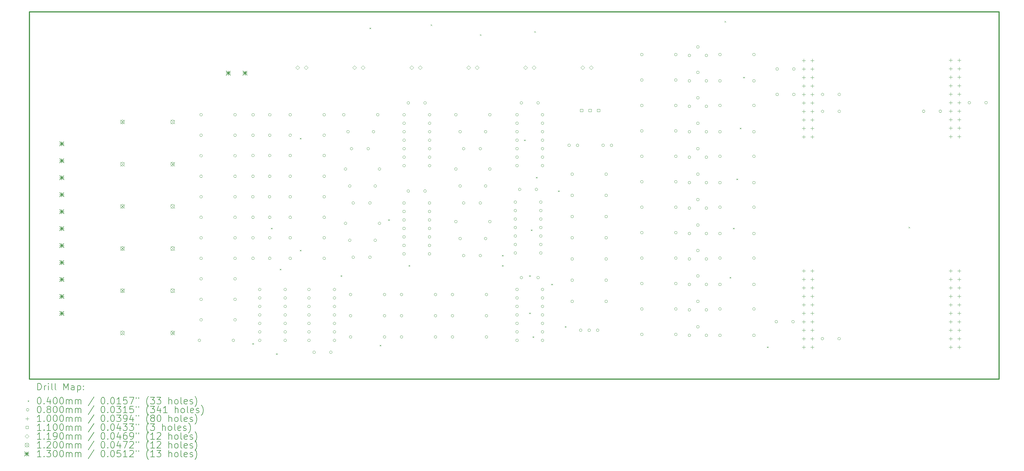
<source format=gbr>
%TF.GenerationSoftware,KiCad,Pcbnew,7.0.7*%
%TF.CreationDate,2023-09-20T11:02:52-05:00*%
%TF.ProjectId,SCR,5343522e-6b69-4636-9164-5f7063625858,rev?*%
%TF.SameCoordinates,Original*%
%TF.FileFunction,Drillmap*%
%TF.FilePolarity,Positive*%
%FSLAX45Y45*%
G04 Gerber Fmt 4.5, Leading zero omitted, Abs format (unit mm)*
G04 Created by KiCad (PCBNEW 7.0.7) date 2023-09-20 11:02:52*
%MOMM*%
%LPD*%
G01*
G04 APERTURE LIST*
%ADD10C,0.300000*%
%ADD11C,0.200000*%
%ADD12C,0.040000*%
%ADD13C,0.080000*%
%ADD14C,0.100000*%
%ADD15C,0.110000*%
%ADD16C,0.119000*%
%ADD17C,0.120000*%
%ADD18C,0.130000*%
G04 APERTURE END LIST*
D10*
X6831400Y-19752800D02*
X35831400Y-19752800D01*
X35831400Y-19752800D02*
X35831400Y-8752800D01*
X35831400Y-8752800D02*
X6831400Y-8752800D01*
X6831400Y-8752800D02*
X6831400Y-19752800D01*
D11*
D12*
X13492800Y-18674400D02*
X13532800Y-18714400D01*
X13532800Y-18674400D02*
X13492800Y-18714400D01*
X14051600Y-15220000D02*
X14091600Y-15260000D01*
X14091600Y-15220000D02*
X14051600Y-15260000D01*
X14204000Y-18979200D02*
X14244000Y-19019200D01*
X14244000Y-18979200D02*
X14204000Y-19019200D01*
X14314869Y-16448469D02*
X14354869Y-16488469D01*
X14354869Y-16448469D02*
X14314869Y-16488469D01*
X14915200Y-12527600D02*
X14955200Y-12567600D01*
X14955200Y-12527600D02*
X14915200Y-12567600D01*
X14915200Y-15880400D02*
X14955200Y-15920400D01*
X14955200Y-15880400D02*
X14915200Y-15920400D01*
X16134400Y-16642400D02*
X16174400Y-16682400D01*
X16174400Y-16642400D02*
X16134400Y-16682400D01*
X17002000Y-9226718D02*
X17042000Y-9266718D01*
X17042000Y-9226718D02*
X17002000Y-9266718D01*
X17302800Y-18725200D02*
X17342800Y-18765200D01*
X17342800Y-18725200D02*
X17302800Y-18765200D01*
X17556800Y-14966000D02*
X17596800Y-15006000D01*
X17596800Y-14966000D02*
X17556800Y-15006000D01*
X18166400Y-16337600D02*
X18206400Y-16377600D01*
X18206400Y-16337600D02*
X18166400Y-16377600D01*
X18830800Y-9128118D02*
X18870800Y-9168118D01*
X18870800Y-9128118D02*
X18830800Y-9168118D01*
X20304000Y-9426718D02*
X20344000Y-9466718D01*
X20344000Y-9426718D02*
X20304000Y-9466718D01*
X20960400Y-16032800D02*
X21000400Y-16072800D01*
X21000400Y-16032800D02*
X20960400Y-16072800D01*
X20960400Y-16337600D02*
X21000400Y-16377600D01*
X21000400Y-16337600D02*
X20960400Y-16377600D01*
X21620800Y-12578400D02*
X21660800Y-12618400D01*
X21660800Y-12578400D02*
X21620800Y-12618400D01*
X21773200Y-16642400D02*
X21813200Y-16682400D01*
X21813200Y-16642400D02*
X21773200Y-16682400D01*
X21773200Y-17760000D02*
X21813200Y-17800000D01*
X21813200Y-17760000D02*
X21773200Y-17800000D01*
X21824000Y-15270800D02*
X21864000Y-15310800D01*
X21864000Y-15270800D02*
X21824000Y-15310800D01*
X21874800Y-18471200D02*
X21914800Y-18511200D01*
X21914800Y-18471200D02*
X21874800Y-18511200D01*
X21929600Y-9331318D02*
X21969600Y-9371318D01*
X21969600Y-9331318D02*
X21929600Y-9371318D01*
X21976400Y-13696000D02*
X22016400Y-13736000D01*
X22016400Y-13696000D02*
X21976400Y-13736000D01*
X22433600Y-16896400D02*
X22473600Y-16936400D01*
X22473600Y-16896400D02*
X22433600Y-16936400D01*
X22636800Y-14102400D02*
X22676800Y-14142400D01*
X22676800Y-14102400D02*
X22636800Y-14142400D01*
X22840000Y-18166400D02*
X22880000Y-18206400D01*
X22880000Y-18166400D02*
X22840000Y-18206400D01*
X27619200Y-9026518D02*
X27659200Y-9066518D01*
X27659200Y-9026518D02*
X27619200Y-9066518D01*
X27767600Y-16693200D02*
X27807600Y-16733200D01*
X27807600Y-16693200D02*
X27767600Y-16733200D01*
X27869200Y-15220000D02*
X27909200Y-15260000D01*
X27909200Y-15220000D02*
X27869200Y-15260000D01*
X27970800Y-13746800D02*
X28010800Y-13786800D01*
X28010800Y-13746800D02*
X27970800Y-13786800D01*
X28072400Y-12222800D02*
X28112400Y-12262800D01*
X28112400Y-12222800D02*
X28072400Y-12262800D01*
X28174000Y-10698800D02*
X28214000Y-10738800D01*
X28214000Y-10698800D02*
X28174000Y-10738800D01*
X28885200Y-18776000D02*
X28925200Y-18816000D01*
X28925200Y-18776000D02*
X28885200Y-18816000D01*
X33120840Y-15193638D02*
X33160840Y-15233638D01*
X33160840Y-15193638D02*
X33120840Y-15233638D01*
D13*
X11953600Y-18592300D02*
G75*
G03*
X11953600Y-18592300I-40000J0D01*
G01*
X12004400Y-11835900D02*
G75*
G03*
X12004400Y-11835900I-40000J0D01*
G01*
X12004400Y-12450118D02*
G75*
G03*
X12004400Y-12450118I-40000J0D01*
G01*
X12004400Y-13064336D02*
G75*
G03*
X12004400Y-13064336I-40000J0D01*
G01*
X12004400Y-13678554D02*
G75*
G03*
X12004400Y-13678554I-40000J0D01*
G01*
X12004400Y-14292772D02*
G75*
G03*
X12004400Y-14292772I-40000J0D01*
G01*
X12004400Y-14906990D02*
G75*
G03*
X12004400Y-14906990I-40000J0D01*
G01*
X12004400Y-15521209D02*
G75*
G03*
X12004400Y-15521209I-40000J0D01*
G01*
X12004400Y-16135427D02*
G75*
G03*
X12004400Y-16135427I-40000J0D01*
G01*
X12004400Y-16749645D02*
G75*
G03*
X12004400Y-16749645I-40000J0D01*
G01*
X12004400Y-17363863D02*
G75*
G03*
X12004400Y-17363863I-40000J0D01*
G01*
X12004400Y-17978081D02*
G75*
G03*
X12004400Y-17978081I-40000J0D01*
G01*
X12969600Y-18592300D02*
G75*
G03*
X12969600Y-18592300I-40000J0D01*
G01*
X13020400Y-11835900D02*
G75*
G03*
X13020400Y-11835900I-40000J0D01*
G01*
X13020400Y-12450118D02*
G75*
G03*
X13020400Y-12450118I-40000J0D01*
G01*
X13020400Y-13064336D02*
G75*
G03*
X13020400Y-13064336I-40000J0D01*
G01*
X13020400Y-13678554D02*
G75*
G03*
X13020400Y-13678554I-40000J0D01*
G01*
X13020400Y-14292772D02*
G75*
G03*
X13020400Y-14292772I-40000J0D01*
G01*
X13020400Y-14906990D02*
G75*
G03*
X13020400Y-14906990I-40000J0D01*
G01*
X13020400Y-15521209D02*
G75*
G03*
X13020400Y-15521209I-40000J0D01*
G01*
X13020400Y-16135427D02*
G75*
G03*
X13020400Y-16135427I-40000J0D01*
G01*
X13020400Y-16749645D02*
G75*
G03*
X13020400Y-16749645I-40000J0D01*
G01*
X13020400Y-17363863D02*
G75*
G03*
X13020400Y-17363863I-40000J0D01*
G01*
X13020400Y-17978081D02*
G75*
G03*
X13020400Y-17978081I-40000J0D01*
G01*
X13552800Y-14292772D02*
G75*
G03*
X13552800Y-14292772I-40000J0D01*
G01*
X13556800Y-12450118D02*
G75*
G03*
X13556800Y-12450118I-40000J0D01*
G01*
X13556800Y-13055600D02*
G75*
G03*
X13556800Y-13055600I-40000J0D01*
G01*
X13556800Y-13678554D02*
G75*
G03*
X13556800Y-13678554I-40000J0D01*
G01*
X13556800Y-14906990D02*
G75*
G03*
X13556800Y-14906990I-40000J0D01*
G01*
X13556800Y-15521209D02*
G75*
G03*
X13556800Y-15521209I-40000J0D01*
G01*
X13556800Y-16135427D02*
G75*
G03*
X13556800Y-16135427I-40000J0D01*
G01*
X13559800Y-11835900D02*
G75*
G03*
X13559800Y-11835900I-40000J0D01*
G01*
X13758000Y-17067800D02*
G75*
G03*
X13758000Y-17067800I-40000J0D01*
G01*
X13758000Y-17321800D02*
G75*
G03*
X13758000Y-17321800I-40000J0D01*
G01*
X13758000Y-17575800D02*
G75*
G03*
X13758000Y-17575800I-40000J0D01*
G01*
X13758000Y-17829800D02*
G75*
G03*
X13758000Y-17829800I-40000J0D01*
G01*
X13758000Y-18083800D02*
G75*
G03*
X13758000Y-18083800I-40000J0D01*
G01*
X13758000Y-18337800D02*
G75*
G03*
X13758000Y-18337800I-40000J0D01*
G01*
X13758000Y-18591800D02*
G75*
G03*
X13758000Y-18591800I-40000J0D01*
G01*
X14052800Y-14292772D02*
G75*
G03*
X14052800Y-14292772I-40000J0D01*
G01*
X14056800Y-12450118D02*
G75*
G03*
X14056800Y-12450118I-40000J0D01*
G01*
X14056800Y-13055600D02*
G75*
G03*
X14056800Y-13055600I-40000J0D01*
G01*
X14056800Y-13678554D02*
G75*
G03*
X14056800Y-13678554I-40000J0D01*
G01*
X14056800Y-14906990D02*
G75*
G03*
X14056800Y-14906990I-40000J0D01*
G01*
X14056800Y-15521209D02*
G75*
G03*
X14056800Y-15521209I-40000J0D01*
G01*
X14056800Y-16135427D02*
G75*
G03*
X14056800Y-16135427I-40000J0D01*
G01*
X14059800Y-11835900D02*
G75*
G03*
X14059800Y-11835900I-40000J0D01*
G01*
X14520000Y-17067800D02*
G75*
G03*
X14520000Y-17067800I-40000J0D01*
G01*
X14520000Y-17321800D02*
G75*
G03*
X14520000Y-17321800I-40000J0D01*
G01*
X14520000Y-17575800D02*
G75*
G03*
X14520000Y-17575800I-40000J0D01*
G01*
X14520000Y-17829800D02*
G75*
G03*
X14520000Y-17829800I-40000J0D01*
G01*
X14520000Y-18083800D02*
G75*
G03*
X14520000Y-18083800I-40000J0D01*
G01*
X14520000Y-18337800D02*
G75*
G03*
X14520000Y-18337800I-40000J0D01*
G01*
X14520000Y-18591800D02*
G75*
G03*
X14520000Y-18591800I-40000J0D01*
G01*
X14670400Y-11835900D02*
G75*
G03*
X14670400Y-11835900I-40000J0D01*
G01*
X14670400Y-12450118D02*
G75*
G03*
X14670400Y-12450118I-40000J0D01*
G01*
X14670400Y-13055600D02*
G75*
G03*
X14670400Y-13055600I-40000J0D01*
G01*
X14670400Y-13678554D02*
G75*
G03*
X14670400Y-13678554I-40000J0D01*
G01*
X14670400Y-14292772D02*
G75*
G03*
X14670400Y-14292772I-40000J0D01*
G01*
X14670400Y-14906990D02*
G75*
G03*
X14670400Y-14906990I-40000J0D01*
G01*
X14670400Y-15521209D02*
G75*
G03*
X14670400Y-15521209I-40000J0D01*
G01*
X14670400Y-16135427D02*
G75*
G03*
X14670400Y-16135427I-40000J0D01*
G01*
X15231200Y-17067800D02*
G75*
G03*
X15231200Y-17067800I-40000J0D01*
G01*
X15231200Y-17321800D02*
G75*
G03*
X15231200Y-17321800I-40000J0D01*
G01*
X15231200Y-17575800D02*
G75*
G03*
X15231200Y-17575800I-40000J0D01*
G01*
X15231200Y-17829800D02*
G75*
G03*
X15231200Y-17829800I-40000J0D01*
G01*
X15231200Y-18083800D02*
G75*
G03*
X15231200Y-18083800I-40000J0D01*
G01*
X15231200Y-18337800D02*
G75*
G03*
X15231200Y-18337800I-40000J0D01*
G01*
X15231200Y-18591800D02*
G75*
G03*
X15231200Y-18591800I-40000J0D01*
G01*
X15385600Y-18948400D02*
G75*
G03*
X15385600Y-18948400I-40000J0D01*
G01*
X15686400Y-11835900D02*
G75*
G03*
X15686400Y-11835900I-40000J0D01*
G01*
X15686400Y-12450118D02*
G75*
G03*
X15686400Y-12450118I-40000J0D01*
G01*
X15686400Y-13055600D02*
G75*
G03*
X15686400Y-13055600I-40000J0D01*
G01*
X15686400Y-13678554D02*
G75*
G03*
X15686400Y-13678554I-40000J0D01*
G01*
X15686400Y-14292772D02*
G75*
G03*
X15686400Y-14292772I-40000J0D01*
G01*
X15686400Y-14906990D02*
G75*
G03*
X15686400Y-14906990I-40000J0D01*
G01*
X15686400Y-15521209D02*
G75*
G03*
X15686400Y-15521209I-40000J0D01*
G01*
X15686400Y-16135427D02*
G75*
G03*
X15686400Y-16135427I-40000J0D01*
G01*
X15885600Y-18948400D02*
G75*
G03*
X15885600Y-18948400I-40000J0D01*
G01*
X15993200Y-17067800D02*
G75*
G03*
X15993200Y-17067800I-40000J0D01*
G01*
X15993200Y-17321800D02*
G75*
G03*
X15993200Y-17321800I-40000J0D01*
G01*
X15993200Y-17575800D02*
G75*
G03*
X15993200Y-17575800I-40000J0D01*
G01*
X15993200Y-17829800D02*
G75*
G03*
X15993200Y-17829800I-40000J0D01*
G01*
X15993200Y-18083800D02*
G75*
G03*
X15993200Y-18083800I-40000J0D01*
G01*
X15993200Y-18337800D02*
G75*
G03*
X15993200Y-18337800I-40000J0D01*
G01*
X15993200Y-18591800D02*
G75*
G03*
X15993200Y-18591800I-40000J0D01*
G01*
X16271600Y-11835900D02*
G75*
G03*
X16271600Y-11835900I-40000J0D01*
G01*
X16323400Y-13461000D02*
G75*
G03*
X16323400Y-13461000I-40000J0D01*
G01*
X16323400Y-15086600D02*
G75*
G03*
X16323400Y-15086600I-40000J0D01*
G01*
X16398600Y-12343900D02*
G75*
G03*
X16398600Y-12343900I-40000J0D01*
G01*
X16450400Y-13969000D02*
G75*
G03*
X16450400Y-13969000I-40000J0D01*
G01*
X16450400Y-15594600D02*
G75*
G03*
X16450400Y-15594600I-40000J0D01*
G01*
X16474800Y-17220700D02*
G75*
G03*
X16474800Y-17220700I-40000J0D01*
G01*
X16474800Y-17855700D02*
G75*
G03*
X16474800Y-17855700I-40000J0D01*
G01*
X16474800Y-18490700D02*
G75*
G03*
X16474800Y-18490700I-40000J0D01*
G01*
X16503200Y-12852400D02*
G75*
G03*
X16503200Y-12852400I-40000J0D01*
G01*
X16554000Y-14477000D02*
G75*
G03*
X16554000Y-14477000I-40000J0D01*
G01*
X16554000Y-16102600D02*
G75*
G03*
X16554000Y-16102600I-40000J0D01*
G01*
X17003200Y-12852400D02*
G75*
G03*
X17003200Y-12852400I-40000J0D01*
G01*
X17054000Y-14477000D02*
G75*
G03*
X17054000Y-14477000I-40000J0D01*
G01*
X17054000Y-16102600D02*
G75*
G03*
X17054000Y-16102600I-40000J0D01*
G01*
X17160600Y-12343900D02*
G75*
G03*
X17160600Y-12343900I-40000J0D01*
G01*
X17212400Y-13969000D02*
G75*
G03*
X17212400Y-13969000I-40000J0D01*
G01*
X17212400Y-15594600D02*
G75*
G03*
X17212400Y-15594600I-40000J0D01*
G01*
X17287600Y-11835900D02*
G75*
G03*
X17287600Y-11835900I-40000J0D01*
G01*
X17339400Y-13461000D02*
G75*
G03*
X17339400Y-13461000I-40000J0D01*
G01*
X17339400Y-15086600D02*
G75*
G03*
X17339400Y-15086600I-40000J0D01*
G01*
X17490800Y-17220700D02*
G75*
G03*
X17490800Y-17220700I-40000J0D01*
G01*
X17490800Y-17855700D02*
G75*
G03*
X17490800Y-17855700I-40000J0D01*
G01*
X17490800Y-18490700D02*
G75*
G03*
X17490800Y-18490700I-40000J0D01*
G01*
X17998800Y-17220700D02*
G75*
G03*
X17998800Y-17220700I-40000J0D01*
G01*
X17998800Y-17855700D02*
G75*
G03*
X17998800Y-17855700I-40000J0D01*
G01*
X17998800Y-18490700D02*
G75*
G03*
X17998800Y-18490700I-40000J0D01*
G01*
X18074000Y-14478000D02*
G75*
G03*
X18074000Y-14478000I-40000J0D01*
G01*
X18074000Y-14732000D02*
G75*
G03*
X18074000Y-14732000I-40000J0D01*
G01*
X18074000Y-14986000D02*
G75*
G03*
X18074000Y-14986000I-40000J0D01*
G01*
X18074000Y-15240000D02*
G75*
G03*
X18074000Y-15240000I-40000J0D01*
G01*
X18074000Y-15494000D02*
G75*
G03*
X18074000Y-15494000I-40000J0D01*
G01*
X18074000Y-15748000D02*
G75*
G03*
X18074000Y-15748000I-40000J0D01*
G01*
X18074000Y-16002000D02*
G75*
G03*
X18074000Y-16002000I-40000J0D01*
G01*
X18076000Y-11835400D02*
G75*
G03*
X18076000Y-11835400I-40000J0D01*
G01*
X18076000Y-12089400D02*
G75*
G03*
X18076000Y-12089400I-40000J0D01*
G01*
X18076000Y-12343400D02*
G75*
G03*
X18076000Y-12343400I-40000J0D01*
G01*
X18076000Y-12597400D02*
G75*
G03*
X18076000Y-12597400I-40000J0D01*
G01*
X18076000Y-12851400D02*
G75*
G03*
X18076000Y-12851400I-40000J0D01*
G01*
X18076000Y-13105400D02*
G75*
G03*
X18076000Y-13105400I-40000J0D01*
G01*
X18076000Y-13359400D02*
G75*
G03*
X18076000Y-13359400I-40000J0D01*
G01*
X18200400Y-14119800D02*
G75*
G03*
X18200400Y-14119800I-40000J0D01*
G01*
X18202400Y-11481800D02*
G75*
G03*
X18202400Y-11481800I-40000J0D01*
G01*
X18700400Y-14119800D02*
G75*
G03*
X18700400Y-14119800I-40000J0D01*
G01*
X18702400Y-11481800D02*
G75*
G03*
X18702400Y-11481800I-40000J0D01*
G01*
X18836000Y-14478000D02*
G75*
G03*
X18836000Y-14478000I-40000J0D01*
G01*
X18836000Y-14732000D02*
G75*
G03*
X18836000Y-14732000I-40000J0D01*
G01*
X18836000Y-14986000D02*
G75*
G03*
X18836000Y-14986000I-40000J0D01*
G01*
X18836000Y-15240000D02*
G75*
G03*
X18836000Y-15240000I-40000J0D01*
G01*
X18836000Y-15494000D02*
G75*
G03*
X18836000Y-15494000I-40000J0D01*
G01*
X18836000Y-15748000D02*
G75*
G03*
X18836000Y-15748000I-40000J0D01*
G01*
X18836000Y-16002000D02*
G75*
G03*
X18836000Y-16002000I-40000J0D01*
G01*
X18838000Y-11835400D02*
G75*
G03*
X18838000Y-11835400I-40000J0D01*
G01*
X18838000Y-12089400D02*
G75*
G03*
X18838000Y-12089400I-40000J0D01*
G01*
X18838000Y-12343400D02*
G75*
G03*
X18838000Y-12343400I-40000J0D01*
G01*
X18838000Y-12597400D02*
G75*
G03*
X18838000Y-12597400I-40000J0D01*
G01*
X18838000Y-12851400D02*
G75*
G03*
X18838000Y-12851400I-40000J0D01*
G01*
X18838000Y-13105400D02*
G75*
G03*
X18838000Y-13105400I-40000J0D01*
G01*
X18838000Y-13359400D02*
G75*
G03*
X18838000Y-13359400I-40000J0D01*
G01*
X19014800Y-17220700D02*
G75*
G03*
X19014800Y-17220700I-40000J0D01*
G01*
X19014800Y-17855700D02*
G75*
G03*
X19014800Y-17855700I-40000J0D01*
G01*
X19014800Y-18490700D02*
G75*
G03*
X19014800Y-18490700I-40000J0D01*
G01*
X19522800Y-17220700D02*
G75*
G03*
X19522800Y-17220700I-40000J0D01*
G01*
X19522800Y-17855700D02*
G75*
G03*
X19522800Y-17855700I-40000J0D01*
G01*
X19522800Y-18490700D02*
G75*
G03*
X19522800Y-18490700I-40000J0D01*
G01*
X19624400Y-11835900D02*
G75*
G03*
X19624400Y-11835900I-40000J0D01*
G01*
X19624400Y-13461500D02*
G75*
G03*
X19624400Y-13461500I-40000J0D01*
G01*
X19624400Y-15036300D02*
G75*
G03*
X19624400Y-15036300I-40000J0D01*
G01*
X19751400Y-12343900D02*
G75*
G03*
X19751400Y-12343900I-40000J0D01*
G01*
X19751400Y-13969500D02*
G75*
G03*
X19751400Y-13969500I-40000J0D01*
G01*
X19751400Y-15544300D02*
G75*
G03*
X19751400Y-15544300I-40000J0D01*
G01*
X19856000Y-12852400D02*
G75*
G03*
X19856000Y-12852400I-40000J0D01*
G01*
X19856000Y-14478000D02*
G75*
G03*
X19856000Y-14478000I-40000J0D01*
G01*
X19856000Y-16052800D02*
G75*
G03*
X19856000Y-16052800I-40000J0D01*
G01*
X20356000Y-12852400D02*
G75*
G03*
X20356000Y-12852400I-40000J0D01*
G01*
X20356000Y-14478000D02*
G75*
G03*
X20356000Y-14478000I-40000J0D01*
G01*
X20356000Y-16052800D02*
G75*
G03*
X20356000Y-16052800I-40000J0D01*
G01*
X20513400Y-12343900D02*
G75*
G03*
X20513400Y-12343900I-40000J0D01*
G01*
X20513400Y-13969500D02*
G75*
G03*
X20513400Y-13969500I-40000J0D01*
G01*
X20513400Y-15544300D02*
G75*
G03*
X20513400Y-15544300I-40000J0D01*
G01*
X20538800Y-17220700D02*
G75*
G03*
X20538800Y-17220700I-40000J0D01*
G01*
X20538800Y-17855700D02*
G75*
G03*
X20538800Y-17855700I-40000J0D01*
G01*
X20538800Y-18490700D02*
G75*
G03*
X20538800Y-18490700I-40000J0D01*
G01*
X20640400Y-11835900D02*
G75*
G03*
X20640400Y-11835900I-40000J0D01*
G01*
X20640400Y-13461500D02*
G75*
G03*
X20640400Y-13461500I-40000J0D01*
G01*
X20640400Y-15036300D02*
G75*
G03*
X20640400Y-15036300I-40000J0D01*
G01*
X21402400Y-14452100D02*
G75*
G03*
X21402400Y-14452100I-40000J0D01*
G01*
X21402400Y-14706100D02*
G75*
G03*
X21402400Y-14706100I-40000J0D01*
G01*
X21402400Y-14960100D02*
G75*
G03*
X21402400Y-14960100I-40000J0D01*
G01*
X21402400Y-15214100D02*
G75*
G03*
X21402400Y-15214100I-40000J0D01*
G01*
X21402400Y-15468100D02*
G75*
G03*
X21402400Y-15468100I-40000J0D01*
G01*
X21402400Y-15722100D02*
G75*
G03*
X21402400Y-15722100I-40000J0D01*
G01*
X21402400Y-15976100D02*
G75*
G03*
X21402400Y-15976100I-40000J0D01*
G01*
X21453200Y-11835900D02*
G75*
G03*
X21453200Y-11835900I-40000J0D01*
G01*
X21453200Y-12089900D02*
G75*
G03*
X21453200Y-12089900I-40000J0D01*
G01*
X21453200Y-12343900D02*
G75*
G03*
X21453200Y-12343900I-40000J0D01*
G01*
X21453200Y-12597900D02*
G75*
G03*
X21453200Y-12597900I-40000J0D01*
G01*
X21453200Y-12851900D02*
G75*
G03*
X21453200Y-12851900I-40000J0D01*
G01*
X21453200Y-13105900D02*
G75*
G03*
X21453200Y-13105900I-40000J0D01*
G01*
X21453200Y-13359900D02*
G75*
G03*
X21453200Y-13359900I-40000J0D01*
G01*
X21453200Y-17068300D02*
G75*
G03*
X21453200Y-17068300I-40000J0D01*
G01*
X21453200Y-17322300D02*
G75*
G03*
X21453200Y-17322300I-40000J0D01*
G01*
X21453200Y-17576300D02*
G75*
G03*
X21453200Y-17576300I-40000J0D01*
G01*
X21453200Y-17830300D02*
G75*
G03*
X21453200Y-17830300I-40000J0D01*
G01*
X21453200Y-18084300D02*
G75*
G03*
X21453200Y-18084300I-40000J0D01*
G01*
X21453200Y-18338300D02*
G75*
G03*
X21453200Y-18338300I-40000J0D01*
G01*
X21453200Y-18592300D02*
G75*
G03*
X21453200Y-18592300I-40000J0D01*
G01*
X21532400Y-14071600D02*
G75*
G03*
X21532400Y-14071600I-40000J0D01*
G01*
X21583200Y-11480800D02*
G75*
G03*
X21583200Y-11480800I-40000J0D01*
G01*
X21583200Y-16713200D02*
G75*
G03*
X21583200Y-16713200I-40000J0D01*
G01*
X22032400Y-14071600D02*
G75*
G03*
X22032400Y-14071600I-40000J0D01*
G01*
X22083200Y-11480800D02*
G75*
G03*
X22083200Y-11480800I-40000J0D01*
G01*
X22083200Y-16713200D02*
G75*
G03*
X22083200Y-16713200I-40000J0D01*
G01*
X22164400Y-14452100D02*
G75*
G03*
X22164400Y-14452100I-40000J0D01*
G01*
X22164400Y-14706100D02*
G75*
G03*
X22164400Y-14706100I-40000J0D01*
G01*
X22164400Y-14960100D02*
G75*
G03*
X22164400Y-14960100I-40000J0D01*
G01*
X22164400Y-15214100D02*
G75*
G03*
X22164400Y-15214100I-40000J0D01*
G01*
X22164400Y-15468100D02*
G75*
G03*
X22164400Y-15468100I-40000J0D01*
G01*
X22164400Y-15722100D02*
G75*
G03*
X22164400Y-15722100I-40000J0D01*
G01*
X22164400Y-15976100D02*
G75*
G03*
X22164400Y-15976100I-40000J0D01*
G01*
X22215200Y-11835900D02*
G75*
G03*
X22215200Y-11835900I-40000J0D01*
G01*
X22215200Y-12089900D02*
G75*
G03*
X22215200Y-12089900I-40000J0D01*
G01*
X22215200Y-12343900D02*
G75*
G03*
X22215200Y-12343900I-40000J0D01*
G01*
X22215200Y-12597900D02*
G75*
G03*
X22215200Y-12597900I-40000J0D01*
G01*
X22215200Y-12851900D02*
G75*
G03*
X22215200Y-12851900I-40000J0D01*
G01*
X22215200Y-13105900D02*
G75*
G03*
X22215200Y-13105900I-40000J0D01*
G01*
X22215200Y-13359900D02*
G75*
G03*
X22215200Y-13359900I-40000J0D01*
G01*
X22215200Y-17068300D02*
G75*
G03*
X22215200Y-17068300I-40000J0D01*
G01*
X22215200Y-17322300D02*
G75*
G03*
X22215200Y-17322300I-40000J0D01*
G01*
X22215200Y-17576300D02*
G75*
G03*
X22215200Y-17576300I-40000J0D01*
G01*
X22215200Y-17830300D02*
G75*
G03*
X22215200Y-17830300I-40000J0D01*
G01*
X22215200Y-18084300D02*
G75*
G03*
X22215200Y-18084300I-40000J0D01*
G01*
X22215200Y-18338300D02*
G75*
G03*
X22215200Y-18338300I-40000J0D01*
G01*
X22215200Y-18592300D02*
G75*
G03*
X22215200Y-18592300I-40000J0D01*
G01*
X23011362Y-12750800D02*
G75*
G03*
X23011362Y-12750800I-40000J0D01*
G01*
X23103200Y-13614400D02*
G75*
G03*
X23103200Y-13614400I-40000J0D01*
G01*
X23103200Y-14249400D02*
G75*
G03*
X23103200Y-14249400I-40000J0D01*
G01*
X23103200Y-14884400D02*
G75*
G03*
X23103200Y-14884400I-40000J0D01*
G01*
X23103200Y-15519400D02*
G75*
G03*
X23103200Y-15519400I-40000J0D01*
G01*
X23103200Y-16154400D02*
G75*
G03*
X23103200Y-16154400I-40000J0D01*
G01*
X23103200Y-16789400D02*
G75*
G03*
X23103200Y-16789400I-40000J0D01*
G01*
X23103200Y-17424400D02*
G75*
G03*
X23103200Y-17424400I-40000J0D01*
G01*
X23261362Y-12750800D02*
G75*
G03*
X23261362Y-12750800I-40000J0D01*
G01*
X23357200Y-18288000D02*
G75*
G03*
X23357200Y-18288000I-40000J0D01*
G01*
X23611200Y-18288000D02*
G75*
G03*
X23611200Y-18288000I-40000J0D01*
G01*
X23865200Y-18288000D02*
G75*
G03*
X23865200Y-18288000I-40000J0D01*
G01*
X24027362Y-12750800D02*
G75*
G03*
X24027362Y-12750800I-40000J0D01*
G01*
X24119200Y-13614400D02*
G75*
G03*
X24119200Y-13614400I-40000J0D01*
G01*
X24119200Y-14249400D02*
G75*
G03*
X24119200Y-14249400I-40000J0D01*
G01*
X24119200Y-14884400D02*
G75*
G03*
X24119200Y-14884400I-40000J0D01*
G01*
X24119200Y-15519400D02*
G75*
G03*
X24119200Y-15519400I-40000J0D01*
G01*
X24119200Y-16154400D02*
G75*
G03*
X24119200Y-16154400I-40000J0D01*
G01*
X24119200Y-16789400D02*
G75*
G03*
X24119200Y-16789400I-40000J0D01*
G01*
X24119200Y-17424400D02*
G75*
G03*
X24119200Y-17424400I-40000J0D01*
G01*
X24277362Y-12750800D02*
G75*
G03*
X24277362Y-12750800I-40000J0D01*
G01*
X25186000Y-10033000D02*
G75*
G03*
X25186000Y-10033000I-40000J0D01*
G01*
X25186000Y-10795000D02*
G75*
G03*
X25186000Y-10795000I-40000J0D01*
G01*
X25186000Y-11557000D02*
G75*
G03*
X25186000Y-11557000I-40000J0D01*
G01*
X25186000Y-12319000D02*
G75*
G03*
X25186000Y-12319000I-40000J0D01*
G01*
X25186000Y-13080200D02*
G75*
G03*
X25186000Y-13080200I-40000J0D01*
G01*
X25186000Y-13842200D02*
G75*
G03*
X25186000Y-13842200I-40000J0D01*
G01*
X25186000Y-14604200D02*
G75*
G03*
X25186000Y-14604200I-40000J0D01*
G01*
X25186000Y-15366200D02*
G75*
G03*
X25186000Y-15366200I-40000J0D01*
G01*
X25186000Y-16128200D02*
G75*
G03*
X25186000Y-16128200I-40000J0D01*
G01*
X25186000Y-16890200D02*
G75*
G03*
X25186000Y-16890200I-40000J0D01*
G01*
X25186000Y-17652200D02*
G75*
G03*
X25186000Y-17652200I-40000J0D01*
G01*
X25186000Y-18414200D02*
G75*
G03*
X25186000Y-18414200I-40000J0D01*
G01*
X26202000Y-10033000D02*
G75*
G03*
X26202000Y-10033000I-40000J0D01*
G01*
X26202000Y-10795000D02*
G75*
G03*
X26202000Y-10795000I-40000J0D01*
G01*
X26202000Y-11557000D02*
G75*
G03*
X26202000Y-11557000I-40000J0D01*
G01*
X26202000Y-12319000D02*
G75*
G03*
X26202000Y-12319000I-40000J0D01*
G01*
X26202000Y-13080200D02*
G75*
G03*
X26202000Y-13080200I-40000J0D01*
G01*
X26202000Y-13842200D02*
G75*
G03*
X26202000Y-13842200I-40000J0D01*
G01*
X26202000Y-14604200D02*
G75*
G03*
X26202000Y-14604200I-40000J0D01*
G01*
X26202000Y-15366200D02*
G75*
G03*
X26202000Y-15366200I-40000J0D01*
G01*
X26202000Y-16128200D02*
G75*
G03*
X26202000Y-16128200I-40000J0D01*
G01*
X26202000Y-16890200D02*
G75*
G03*
X26202000Y-16890200I-40000J0D01*
G01*
X26202000Y-17652200D02*
G75*
G03*
X26202000Y-17652200I-40000J0D01*
G01*
X26202000Y-18414200D02*
G75*
G03*
X26202000Y-18414200I-40000J0D01*
G01*
X26608400Y-10058400D02*
G75*
G03*
X26608400Y-10058400I-40000J0D01*
G01*
X26608400Y-10820400D02*
G75*
G03*
X26608400Y-10820400I-40000J0D01*
G01*
X26608400Y-11582400D02*
G75*
G03*
X26608400Y-11582400I-40000J0D01*
G01*
X26608400Y-12344400D02*
G75*
G03*
X26608400Y-12344400I-40000J0D01*
G01*
X26608400Y-13106400D02*
G75*
G03*
X26608400Y-13106400I-40000J0D01*
G01*
X26608400Y-13868400D02*
G75*
G03*
X26608400Y-13868400I-40000J0D01*
G01*
X26608400Y-14630400D02*
G75*
G03*
X26608400Y-14630400I-40000J0D01*
G01*
X26608400Y-15392400D02*
G75*
G03*
X26608400Y-15392400I-40000J0D01*
G01*
X26608400Y-16154400D02*
G75*
G03*
X26608400Y-16154400I-40000J0D01*
G01*
X26608400Y-16916400D02*
G75*
G03*
X26608400Y-16916400I-40000J0D01*
G01*
X26608400Y-17678400D02*
G75*
G03*
X26608400Y-17678400I-40000J0D01*
G01*
X26608400Y-18440400D02*
G75*
G03*
X26608400Y-18440400I-40000J0D01*
G01*
X26862400Y-9804400D02*
G75*
G03*
X26862400Y-9804400I-40000J0D01*
G01*
X26862400Y-10566400D02*
G75*
G03*
X26862400Y-10566400I-40000J0D01*
G01*
X26862400Y-11328400D02*
G75*
G03*
X26862400Y-11328400I-40000J0D01*
G01*
X26862400Y-12090400D02*
G75*
G03*
X26862400Y-12090400I-40000J0D01*
G01*
X26862400Y-12852400D02*
G75*
G03*
X26862400Y-12852400I-40000J0D01*
G01*
X26862400Y-13614400D02*
G75*
G03*
X26862400Y-13614400I-40000J0D01*
G01*
X26862400Y-14376400D02*
G75*
G03*
X26862400Y-14376400I-40000J0D01*
G01*
X26862400Y-15138400D02*
G75*
G03*
X26862400Y-15138400I-40000J0D01*
G01*
X26862400Y-15900400D02*
G75*
G03*
X26862400Y-15900400I-40000J0D01*
G01*
X26862400Y-16662400D02*
G75*
G03*
X26862400Y-16662400I-40000J0D01*
G01*
X26862400Y-17424400D02*
G75*
G03*
X26862400Y-17424400I-40000J0D01*
G01*
X26862400Y-18186400D02*
G75*
G03*
X26862400Y-18186400I-40000J0D01*
G01*
X27116400Y-10058400D02*
G75*
G03*
X27116400Y-10058400I-40000J0D01*
G01*
X27116400Y-10820400D02*
G75*
G03*
X27116400Y-10820400I-40000J0D01*
G01*
X27116400Y-11582400D02*
G75*
G03*
X27116400Y-11582400I-40000J0D01*
G01*
X27116400Y-12344400D02*
G75*
G03*
X27116400Y-12344400I-40000J0D01*
G01*
X27116400Y-13106400D02*
G75*
G03*
X27116400Y-13106400I-40000J0D01*
G01*
X27116400Y-13868400D02*
G75*
G03*
X27116400Y-13868400I-40000J0D01*
G01*
X27116400Y-14630400D02*
G75*
G03*
X27116400Y-14630400I-40000J0D01*
G01*
X27116400Y-15392400D02*
G75*
G03*
X27116400Y-15392400I-40000J0D01*
G01*
X27116400Y-16154400D02*
G75*
G03*
X27116400Y-16154400I-40000J0D01*
G01*
X27116400Y-16916400D02*
G75*
G03*
X27116400Y-16916400I-40000J0D01*
G01*
X27116400Y-17678400D02*
G75*
G03*
X27116400Y-17678400I-40000J0D01*
G01*
X27116400Y-18440400D02*
G75*
G03*
X27116400Y-18440400I-40000J0D01*
G01*
X27522800Y-10032200D02*
G75*
G03*
X27522800Y-10032200I-40000J0D01*
G01*
X27522800Y-10820400D02*
G75*
G03*
X27522800Y-10820400I-40000J0D01*
G01*
X27522800Y-11556200D02*
G75*
G03*
X27522800Y-11556200I-40000J0D01*
G01*
X27522800Y-12344400D02*
G75*
G03*
X27522800Y-12344400I-40000J0D01*
G01*
X27522800Y-13079400D02*
G75*
G03*
X27522800Y-13079400I-40000J0D01*
G01*
X27522800Y-13868400D02*
G75*
G03*
X27522800Y-13868400I-40000J0D01*
G01*
X27522800Y-14603400D02*
G75*
G03*
X27522800Y-14603400I-40000J0D01*
G01*
X27522800Y-15392400D02*
G75*
G03*
X27522800Y-15392400I-40000J0D01*
G01*
X27522800Y-16127400D02*
G75*
G03*
X27522800Y-16127400I-40000J0D01*
G01*
X27522800Y-16916400D02*
G75*
G03*
X27522800Y-16916400I-40000J0D01*
G01*
X27522800Y-17651400D02*
G75*
G03*
X27522800Y-17651400I-40000J0D01*
G01*
X27522800Y-18440400D02*
G75*
G03*
X27522800Y-18440400I-40000J0D01*
G01*
X28538800Y-10032200D02*
G75*
G03*
X28538800Y-10032200I-40000J0D01*
G01*
X28538800Y-10820400D02*
G75*
G03*
X28538800Y-10820400I-40000J0D01*
G01*
X28538800Y-11556200D02*
G75*
G03*
X28538800Y-11556200I-40000J0D01*
G01*
X28538800Y-12344400D02*
G75*
G03*
X28538800Y-12344400I-40000J0D01*
G01*
X28538800Y-13079400D02*
G75*
G03*
X28538800Y-13079400I-40000J0D01*
G01*
X28538800Y-13868400D02*
G75*
G03*
X28538800Y-13868400I-40000J0D01*
G01*
X28538800Y-14603400D02*
G75*
G03*
X28538800Y-14603400I-40000J0D01*
G01*
X28538800Y-15392400D02*
G75*
G03*
X28538800Y-15392400I-40000J0D01*
G01*
X28538800Y-16127400D02*
G75*
G03*
X28538800Y-16127400I-40000J0D01*
G01*
X28538800Y-16916400D02*
G75*
G03*
X28538800Y-16916400I-40000J0D01*
G01*
X28538800Y-17651400D02*
G75*
G03*
X28538800Y-17651400I-40000J0D01*
G01*
X28538800Y-18440400D02*
G75*
G03*
X28538800Y-18440400I-40000J0D01*
G01*
X29207200Y-18033038D02*
G75*
G03*
X29207200Y-18033038I-40000J0D01*
G01*
X29232600Y-10465538D02*
G75*
G03*
X29232600Y-10465538I-40000J0D01*
G01*
X29232600Y-11227538D02*
G75*
G03*
X29232600Y-11227538I-40000J0D01*
G01*
X29707200Y-18033038D02*
G75*
G03*
X29707200Y-18033038I-40000J0D01*
G01*
X29732600Y-10465538D02*
G75*
G03*
X29732600Y-10465538I-40000J0D01*
G01*
X29732600Y-11227538D02*
G75*
G03*
X29732600Y-11227538I-40000J0D01*
G01*
X30584960Y-18541038D02*
G75*
G03*
X30584960Y-18541038I-40000J0D01*
G01*
X30590040Y-11227538D02*
G75*
G03*
X30590040Y-11227538I-40000J0D01*
G01*
X30590040Y-11735538D02*
G75*
G03*
X30590040Y-11735538I-40000J0D01*
G01*
X31084960Y-18541038D02*
G75*
G03*
X31084960Y-18541038I-40000J0D01*
G01*
X31090040Y-11227538D02*
G75*
G03*
X31090040Y-11227538I-40000J0D01*
G01*
X31090040Y-11735538D02*
G75*
G03*
X31090040Y-11735538I-40000J0D01*
G01*
X33612960Y-11730538D02*
G75*
G03*
X33612960Y-11730538I-40000J0D01*
G01*
X34112960Y-11730538D02*
G75*
G03*
X34112960Y-11730538I-40000J0D01*
G01*
X34979480Y-11476538D02*
G75*
G03*
X34979480Y-11476538I-40000J0D01*
G01*
X35479480Y-11476538D02*
G75*
G03*
X35479480Y-11476538I-40000J0D01*
G01*
D14*
X29986160Y-10161538D02*
X29986160Y-10261538D01*
X29936160Y-10211538D02*
X30036160Y-10211538D01*
X29986160Y-10415538D02*
X29986160Y-10515538D01*
X29936160Y-10465538D02*
X30036160Y-10465538D01*
X29986160Y-10669538D02*
X29986160Y-10769538D01*
X29936160Y-10719538D02*
X30036160Y-10719538D01*
X29986160Y-10923538D02*
X29986160Y-11023538D01*
X29936160Y-10973538D02*
X30036160Y-10973538D01*
X29986160Y-11177538D02*
X29986160Y-11277538D01*
X29936160Y-11227538D02*
X30036160Y-11227538D01*
X29986160Y-11431538D02*
X29986160Y-11531538D01*
X29936160Y-11481538D02*
X30036160Y-11481538D01*
X29986160Y-11685538D02*
X29986160Y-11785538D01*
X29936160Y-11735538D02*
X30036160Y-11735538D01*
X29986160Y-11939538D02*
X29986160Y-12039538D01*
X29936160Y-11989538D02*
X30036160Y-11989538D01*
X29986160Y-12193538D02*
X29986160Y-12293538D01*
X29936160Y-12243538D02*
X30036160Y-12243538D01*
X29986160Y-12447538D02*
X29986160Y-12547538D01*
X29936160Y-12497538D02*
X30036160Y-12497538D01*
X29986160Y-16459038D02*
X29986160Y-16559038D01*
X29936160Y-16509038D02*
X30036160Y-16509038D01*
X29986160Y-16713038D02*
X29986160Y-16813038D01*
X29936160Y-16763038D02*
X30036160Y-16763038D01*
X29986160Y-16967038D02*
X29986160Y-17067038D01*
X29936160Y-17017038D02*
X30036160Y-17017038D01*
X29986160Y-17221038D02*
X29986160Y-17321038D01*
X29936160Y-17271038D02*
X30036160Y-17271038D01*
X29986160Y-17475038D02*
X29986160Y-17575038D01*
X29936160Y-17525038D02*
X30036160Y-17525038D01*
X29986160Y-17729038D02*
X29986160Y-17829038D01*
X29936160Y-17779038D02*
X30036160Y-17779038D01*
X29986160Y-17983038D02*
X29986160Y-18083038D01*
X29936160Y-18033038D02*
X30036160Y-18033038D01*
X29986160Y-18237038D02*
X29986160Y-18337038D01*
X29936160Y-18287038D02*
X30036160Y-18287038D01*
X29986160Y-18491038D02*
X29986160Y-18591038D01*
X29936160Y-18541038D02*
X30036160Y-18541038D01*
X29986160Y-18745038D02*
X29986160Y-18845038D01*
X29936160Y-18795038D02*
X30036160Y-18795038D01*
X30240160Y-10161538D02*
X30240160Y-10261538D01*
X30190160Y-10211538D02*
X30290160Y-10211538D01*
X30240160Y-10415538D02*
X30240160Y-10515538D01*
X30190160Y-10465538D02*
X30290160Y-10465538D01*
X30240160Y-10669538D02*
X30240160Y-10769538D01*
X30190160Y-10719538D02*
X30290160Y-10719538D01*
X30240160Y-10923538D02*
X30240160Y-11023538D01*
X30190160Y-10973538D02*
X30290160Y-10973538D01*
X30240160Y-11177538D02*
X30240160Y-11277538D01*
X30190160Y-11227538D02*
X30290160Y-11227538D01*
X30240160Y-11431538D02*
X30240160Y-11531538D01*
X30190160Y-11481538D02*
X30290160Y-11481538D01*
X30240160Y-11685538D02*
X30240160Y-11785538D01*
X30190160Y-11735538D02*
X30290160Y-11735538D01*
X30240160Y-11939538D02*
X30240160Y-12039538D01*
X30190160Y-11989538D02*
X30290160Y-11989538D01*
X30240160Y-12193538D02*
X30240160Y-12293538D01*
X30190160Y-12243538D02*
X30290160Y-12243538D01*
X30240160Y-12447538D02*
X30240160Y-12547538D01*
X30190160Y-12497538D02*
X30290160Y-12497538D01*
X30240160Y-16459038D02*
X30240160Y-16559038D01*
X30190160Y-16509038D02*
X30290160Y-16509038D01*
X30240160Y-16713038D02*
X30240160Y-16813038D01*
X30190160Y-16763038D02*
X30290160Y-16763038D01*
X30240160Y-16967038D02*
X30240160Y-17067038D01*
X30190160Y-17017038D02*
X30290160Y-17017038D01*
X30240160Y-17221038D02*
X30240160Y-17321038D01*
X30190160Y-17271038D02*
X30290160Y-17271038D01*
X30240160Y-17475038D02*
X30240160Y-17575038D01*
X30190160Y-17525038D02*
X30290160Y-17525038D01*
X30240160Y-17729038D02*
X30240160Y-17829038D01*
X30190160Y-17779038D02*
X30290160Y-17779038D01*
X30240160Y-17983038D02*
X30240160Y-18083038D01*
X30190160Y-18033038D02*
X30290160Y-18033038D01*
X30240160Y-18237038D02*
X30240160Y-18337038D01*
X30190160Y-18287038D02*
X30290160Y-18287038D01*
X30240160Y-18491038D02*
X30240160Y-18591038D01*
X30190160Y-18541038D02*
X30290160Y-18541038D01*
X30240160Y-18745038D02*
X30240160Y-18845038D01*
X30190160Y-18795038D02*
X30290160Y-18795038D01*
X34378900Y-10156538D02*
X34378900Y-10256538D01*
X34328900Y-10206538D02*
X34428900Y-10206538D01*
X34378900Y-10410538D02*
X34378900Y-10510538D01*
X34328900Y-10460538D02*
X34428900Y-10460538D01*
X34378900Y-10664538D02*
X34378900Y-10764538D01*
X34328900Y-10714538D02*
X34428900Y-10714538D01*
X34378900Y-10918538D02*
X34378900Y-11018538D01*
X34328900Y-10968538D02*
X34428900Y-10968538D01*
X34378900Y-11172538D02*
X34378900Y-11272538D01*
X34328900Y-11222538D02*
X34428900Y-11222538D01*
X34378900Y-11426538D02*
X34378900Y-11526538D01*
X34328900Y-11476538D02*
X34428900Y-11476538D01*
X34378900Y-11680538D02*
X34378900Y-11780538D01*
X34328900Y-11730538D02*
X34428900Y-11730538D01*
X34378900Y-11934538D02*
X34378900Y-12034538D01*
X34328900Y-11984538D02*
X34428900Y-11984538D01*
X34378900Y-12188538D02*
X34378900Y-12288538D01*
X34328900Y-12238538D02*
X34428900Y-12238538D01*
X34378900Y-12442538D02*
X34378900Y-12542538D01*
X34328900Y-12492538D02*
X34428900Y-12492538D01*
X34378900Y-16459038D02*
X34378900Y-16559038D01*
X34328900Y-16509038D02*
X34428900Y-16509038D01*
X34378900Y-16713038D02*
X34378900Y-16813038D01*
X34328900Y-16763038D02*
X34428900Y-16763038D01*
X34378900Y-16967038D02*
X34378900Y-17067038D01*
X34328900Y-17017038D02*
X34428900Y-17017038D01*
X34378900Y-17221038D02*
X34378900Y-17321038D01*
X34328900Y-17271038D02*
X34428900Y-17271038D01*
X34378900Y-17475038D02*
X34378900Y-17575038D01*
X34328900Y-17525038D02*
X34428900Y-17525038D01*
X34378900Y-17729038D02*
X34378900Y-17829038D01*
X34328900Y-17779038D02*
X34428900Y-17779038D01*
X34378900Y-17983038D02*
X34378900Y-18083038D01*
X34328900Y-18033038D02*
X34428900Y-18033038D01*
X34378900Y-18237038D02*
X34378900Y-18337038D01*
X34328900Y-18287038D02*
X34428900Y-18287038D01*
X34378900Y-18491038D02*
X34378900Y-18591038D01*
X34328900Y-18541038D02*
X34428900Y-18541038D01*
X34378900Y-18745038D02*
X34378900Y-18845038D01*
X34328900Y-18795038D02*
X34428900Y-18795038D01*
X34632900Y-10156538D02*
X34632900Y-10256538D01*
X34582900Y-10206538D02*
X34682900Y-10206538D01*
X34632900Y-10410538D02*
X34632900Y-10510538D01*
X34582900Y-10460538D02*
X34682900Y-10460538D01*
X34632900Y-10664538D02*
X34632900Y-10764538D01*
X34582900Y-10714538D02*
X34682900Y-10714538D01*
X34632900Y-10918538D02*
X34632900Y-11018538D01*
X34582900Y-10968538D02*
X34682900Y-10968538D01*
X34632900Y-11172538D02*
X34632900Y-11272538D01*
X34582900Y-11222538D02*
X34682900Y-11222538D01*
X34632900Y-11426538D02*
X34632900Y-11526538D01*
X34582900Y-11476538D02*
X34682900Y-11476538D01*
X34632900Y-11680538D02*
X34632900Y-11780538D01*
X34582900Y-11730538D02*
X34682900Y-11730538D01*
X34632900Y-11934538D02*
X34632900Y-12034538D01*
X34582900Y-11984538D02*
X34682900Y-11984538D01*
X34632900Y-12188538D02*
X34632900Y-12288538D01*
X34582900Y-12238538D02*
X34682900Y-12238538D01*
X34632900Y-12442538D02*
X34632900Y-12542538D01*
X34582900Y-12492538D02*
X34682900Y-12492538D01*
X34632900Y-16459038D02*
X34632900Y-16559038D01*
X34582900Y-16509038D02*
X34682900Y-16509038D01*
X34632900Y-16713038D02*
X34632900Y-16813038D01*
X34582900Y-16763038D02*
X34682900Y-16763038D01*
X34632900Y-16967038D02*
X34632900Y-17067038D01*
X34582900Y-17017038D02*
X34682900Y-17017038D01*
X34632900Y-17221038D02*
X34632900Y-17321038D01*
X34582900Y-17271038D02*
X34682900Y-17271038D01*
X34632900Y-17475038D02*
X34632900Y-17575038D01*
X34582900Y-17525038D02*
X34682900Y-17525038D01*
X34632900Y-17729038D02*
X34632900Y-17829038D01*
X34582900Y-17779038D02*
X34682900Y-17779038D01*
X34632900Y-17983038D02*
X34632900Y-18083038D01*
X34582900Y-18033038D02*
X34682900Y-18033038D01*
X34632900Y-18237038D02*
X34632900Y-18337038D01*
X34582900Y-18287038D02*
X34682900Y-18287038D01*
X34632900Y-18491038D02*
X34632900Y-18591038D01*
X34582900Y-18541038D02*
X34682900Y-18541038D01*
X34632900Y-18745038D02*
X34632900Y-18845038D01*
X34582900Y-18795038D02*
X34682900Y-18795038D01*
D15*
X23380411Y-11745309D02*
X23380411Y-11667527D01*
X23302629Y-11667527D01*
X23302629Y-11745309D01*
X23380411Y-11745309D01*
X23634411Y-11745309D02*
X23634411Y-11667527D01*
X23556629Y-11667527D01*
X23556629Y-11745309D01*
X23634411Y-11745309D01*
X23888411Y-11745309D02*
X23888411Y-11667527D01*
X23810629Y-11667527D01*
X23810629Y-11745309D01*
X23888411Y-11745309D01*
D16*
X14847800Y-10481218D02*
X14907300Y-10421718D01*
X14847800Y-10362218D01*
X14788300Y-10421718D01*
X14847800Y-10481218D01*
X15101800Y-10481218D02*
X15161300Y-10421718D01*
X15101800Y-10362218D01*
X15042300Y-10421718D01*
X15101800Y-10481218D01*
X16552800Y-10481218D02*
X16612300Y-10421718D01*
X16552800Y-10362218D01*
X16493300Y-10421718D01*
X16552800Y-10481218D01*
X16806800Y-10481218D02*
X16866300Y-10421718D01*
X16806800Y-10362218D01*
X16747300Y-10421718D01*
X16806800Y-10481218D01*
X18257800Y-10481218D02*
X18317300Y-10421718D01*
X18257800Y-10362218D01*
X18198300Y-10421718D01*
X18257800Y-10481218D01*
X18511800Y-10481218D02*
X18571300Y-10421718D01*
X18511800Y-10362218D01*
X18452300Y-10421718D01*
X18511800Y-10481218D01*
X19962800Y-10481218D02*
X20022300Y-10421718D01*
X19962800Y-10362218D01*
X19903300Y-10421718D01*
X19962800Y-10481218D01*
X20216800Y-10481218D02*
X20276300Y-10421718D01*
X20216800Y-10362218D01*
X20157300Y-10421718D01*
X20216800Y-10481218D01*
X21667800Y-10481218D02*
X21727300Y-10421718D01*
X21667800Y-10362218D01*
X21608300Y-10421718D01*
X21667800Y-10481218D01*
X21921800Y-10481218D02*
X21981300Y-10421718D01*
X21921800Y-10362218D01*
X21862300Y-10421718D01*
X21921800Y-10481218D01*
X23372800Y-10481218D02*
X23432300Y-10421718D01*
X23372800Y-10362218D01*
X23313300Y-10421718D01*
X23372800Y-10481218D01*
X23626800Y-10481218D02*
X23686300Y-10421718D01*
X23626800Y-10362218D01*
X23567300Y-10421718D01*
X23626800Y-10481218D01*
D17*
X9552600Y-11990883D02*
X9672600Y-12110883D01*
X9672600Y-11990883D02*
X9552600Y-12110883D01*
X9672600Y-12050883D02*
G75*
G03*
X9672600Y-12050883I-60000J0D01*
G01*
X9552600Y-13254467D02*
X9672600Y-13374467D01*
X9672600Y-13254467D02*
X9552600Y-13374467D01*
X9672600Y-13314467D02*
G75*
G03*
X9672600Y-13314467I-60000J0D01*
G01*
X9552600Y-14518050D02*
X9672600Y-14638050D01*
X9672600Y-14518050D02*
X9552600Y-14638050D01*
X9672600Y-14578050D02*
G75*
G03*
X9672600Y-14578050I-60000J0D01*
G01*
X9552600Y-15781633D02*
X9672600Y-15901633D01*
X9672600Y-15781633D02*
X9552600Y-15901633D01*
X9672600Y-15841633D02*
G75*
G03*
X9672600Y-15841633I-60000J0D01*
G01*
X9552600Y-17045217D02*
X9672600Y-17165217D01*
X9672600Y-17045217D02*
X9552600Y-17165217D01*
X9672600Y-17105217D02*
G75*
G03*
X9672600Y-17105217I-60000J0D01*
G01*
X9552600Y-18308800D02*
X9672600Y-18428800D01*
X9672600Y-18308800D02*
X9552600Y-18428800D01*
X9672600Y-18368800D02*
G75*
G03*
X9672600Y-18368800I-60000J0D01*
G01*
X11052600Y-11990883D02*
X11172600Y-12110883D01*
X11172600Y-11990883D02*
X11052600Y-12110883D01*
X11172600Y-12050883D02*
G75*
G03*
X11172600Y-12050883I-60000J0D01*
G01*
X11052600Y-13254467D02*
X11172600Y-13374467D01*
X11172600Y-13254467D02*
X11052600Y-13374467D01*
X11172600Y-13314467D02*
G75*
G03*
X11172600Y-13314467I-60000J0D01*
G01*
X11052600Y-14518050D02*
X11172600Y-14638050D01*
X11172600Y-14518050D02*
X11052600Y-14638050D01*
X11172600Y-14578050D02*
G75*
G03*
X11172600Y-14578050I-60000J0D01*
G01*
X11052600Y-15781633D02*
X11172600Y-15901633D01*
X11172600Y-15781633D02*
X11052600Y-15901633D01*
X11172600Y-15841633D02*
G75*
G03*
X11172600Y-15841633I-60000J0D01*
G01*
X11052600Y-17045217D02*
X11172600Y-17165217D01*
X11172600Y-17045217D02*
X11052600Y-17165217D01*
X11172600Y-17105217D02*
G75*
G03*
X11172600Y-17105217I-60000J0D01*
G01*
X11052600Y-18308800D02*
X11172600Y-18428800D01*
X11172600Y-18308800D02*
X11052600Y-18428800D01*
X11172600Y-18368800D02*
G75*
G03*
X11172600Y-18368800I-60000J0D01*
G01*
D18*
X7734800Y-12641718D02*
X7864800Y-12771718D01*
X7864800Y-12641718D02*
X7734800Y-12771718D01*
X7799800Y-12641718D02*
X7799800Y-12771718D01*
X7734800Y-12706718D02*
X7864800Y-12706718D01*
X7734800Y-13149718D02*
X7864800Y-13279718D01*
X7864800Y-13149718D02*
X7734800Y-13279718D01*
X7799800Y-13149718D02*
X7799800Y-13279718D01*
X7734800Y-13214718D02*
X7864800Y-13214718D01*
X7734800Y-13657718D02*
X7864800Y-13787718D01*
X7864800Y-13657718D02*
X7734800Y-13787718D01*
X7799800Y-13657718D02*
X7799800Y-13787718D01*
X7734800Y-13722718D02*
X7864800Y-13722718D01*
X7734800Y-14165718D02*
X7864800Y-14295718D01*
X7864800Y-14165718D02*
X7734800Y-14295718D01*
X7799800Y-14165718D02*
X7799800Y-14295718D01*
X7734800Y-14230718D02*
X7864800Y-14230718D01*
X7734800Y-14673718D02*
X7864800Y-14803718D01*
X7864800Y-14673718D02*
X7734800Y-14803718D01*
X7799800Y-14673718D02*
X7799800Y-14803718D01*
X7734800Y-14738718D02*
X7864800Y-14738718D01*
X7734800Y-15181718D02*
X7864800Y-15311718D01*
X7864800Y-15181718D02*
X7734800Y-15311718D01*
X7799800Y-15181718D02*
X7799800Y-15311718D01*
X7734800Y-15246718D02*
X7864800Y-15246718D01*
X7734800Y-15689718D02*
X7864800Y-15819718D01*
X7864800Y-15689718D02*
X7734800Y-15819718D01*
X7799800Y-15689718D02*
X7799800Y-15819718D01*
X7734800Y-15754718D02*
X7864800Y-15754718D01*
X7734800Y-16197718D02*
X7864800Y-16327718D01*
X7864800Y-16197718D02*
X7734800Y-16327718D01*
X7799800Y-16197718D02*
X7799800Y-16327718D01*
X7734800Y-16262718D02*
X7864800Y-16262718D01*
X7734800Y-16705718D02*
X7864800Y-16835718D01*
X7864800Y-16705718D02*
X7734800Y-16835718D01*
X7799800Y-16705718D02*
X7799800Y-16835718D01*
X7734800Y-16770718D02*
X7864800Y-16770718D01*
X7734800Y-17213718D02*
X7864800Y-17343718D01*
X7864800Y-17213718D02*
X7734800Y-17343718D01*
X7799800Y-17213718D02*
X7799800Y-17343718D01*
X7734800Y-17278718D02*
X7864800Y-17278718D01*
X7734800Y-17721718D02*
X7864800Y-17851718D01*
X7864800Y-17721718D02*
X7734800Y-17851718D01*
X7799800Y-17721718D02*
X7799800Y-17851718D01*
X7734800Y-17786718D02*
X7864800Y-17786718D01*
X12716200Y-10521200D02*
X12846200Y-10651200D01*
X12846200Y-10521200D02*
X12716200Y-10651200D01*
X12781200Y-10521200D02*
X12781200Y-10651200D01*
X12716200Y-10586200D02*
X12846200Y-10586200D01*
X13216200Y-10521200D02*
X13346200Y-10651200D01*
X13346200Y-10521200D02*
X13216200Y-10651200D01*
X13281200Y-10521200D02*
X13281200Y-10651200D01*
X13216200Y-10586200D02*
X13346200Y-10586200D01*
D11*
X7077177Y-20079284D02*
X7077177Y-19879284D01*
X7077177Y-19879284D02*
X7124796Y-19879284D01*
X7124796Y-19879284D02*
X7153367Y-19888808D01*
X7153367Y-19888808D02*
X7172415Y-19907855D01*
X7172415Y-19907855D02*
X7181939Y-19926903D01*
X7181939Y-19926903D02*
X7191462Y-19964998D01*
X7191462Y-19964998D02*
X7191462Y-19993570D01*
X7191462Y-19993570D02*
X7181939Y-20031665D01*
X7181939Y-20031665D02*
X7172415Y-20050712D01*
X7172415Y-20050712D02*
X7153367Y-20069760D01*
X7153367Y-20069760D02*
X7124796Y-20079284D01*
X7124796Y-20079284D02*
X7077177Y-20079284D01*
X7277177Y-20079284D02*
X7277177Y-19945950D01*
X7277177Y-19984046D02*
X7286701Y-19964998D01*
X7286701Y-19964998D02*
X7296224Y-19955474D01*
X7296224Y-19955474D02*
X7315272Y-19945950D01*
X7315272Y-19945950D02*
X7334320Y-19945950D01*
X7400986Y-20079284D02*
X7400986Y-19945950D01*
X7400986Y-19879284D02*
X7391462Y-19888808D01*
X7391462Y-19888808D02*
X7400986Y-19898331D01*
X7400986Y-19898331D02*
X7410510Y-19888808D01*
X7410510Y-19888808D02*
X7400986Y-19879284D01*
X7400986Y-19879284D02*
X7400986Y-19898331D01*
X7524796Y-20079284D02*
X7505748Y-20069760D01*
X7505748Y-20069760D02*
X7496224Y-20050712D01*
X7496224Y-20050712D02*
X7496224Y-19879284D01*
X7629558Y-20079284D02*
X7610510Y-20069760D01*
X7610510Y-20069760D02*
X7600986Y-20050712D01*
X7600986Y-20050712D02*
X7600986Y-19879284D01*
X7858129Y-20079284D02*
X7858129Y-19879284D01*
X7858129Y-19879284D02*
X7924796Y-20022141D01*
X7924796Y-20022141D02*
X7991462Y-19879284D01*
X7991462Y-19879284D02*
X7991462Y-20079284D01*
X8172415Y-20079284D02*
X8172415Y-19974522D01*
X8172415Y-19974522D02*
X8162891Y-19955474D01*
X8162891Y-19955474D02*
X8143843Y-19945950D01*
X8143843Y-19945950D02*
X8105748Y-19945950D01*
X8105748Y-19945950D02*
X8086701Y-19955474D01*
X8172415Y-20069760D02*
X8153367Y-20079284D01*
X8153367Y-20079284D02*
X8105748Y-20079284D01*
X8105748Y-20079284D02*
X8086701Y-20069760D01*
X8086701Y-20069760D02*
X8077177Y-20050712D01*
X8077177Y-20050712D02*
X8077177Y-20031665D01*
X8077177Y-20031665D02*
X8086701Y-20012617D01*
X8086701Y-20012617D02*
X8105748Y-20003093D01*
X8105748Y-20003093D02*
X8153367Y-20003093D01*
X8153367Y-20003093D02*
X8172415Y-19993570D01*
X8267653Y-19945950D02*
X8267653Y-20145950D01*
X8267653Y-19955474D02*
X8286701Y-19945950D01*
X8286701Y-19945950D02*
X8324796Y-19945950D01*
X8324796Y-19945950D02*
X8343843Y-19955474D01*
X8343843Y-19955474D02*
X8353367Y-19964998D01*
X8353367Y-19964998D02*
X8362891Y-19984046D01*
X8362891Y-19984046D02*
X8362891Y-20041189D01*
X8362891Y-20041189D02*
X8353367Y-20060236D01*
X8353367Y-20060236D02*
X8343843Y-20069760D01*
X8343843Y-20069760D02*
X8324796Y-20079284D01*
X8324796Y-20079284D02*
X8286701Y-20079284D01*
X8286701Y-20079284D02*
X8267653Y-20069760D01*
X8448605Y-20060236D02*
X8458129Y-20069760D01*
X8458129Y-20069760D02*
X8448605Y-20079284D01*
X8448605Y-20079284D02*
X8439082Y-20069760D01*
X8439082Y-20069760D02*
X8448605Y-20060236D01*
X8448605Y-20060236D02*
X8448605Y-20079284D01*
X8448605Y-19955474D02*
X8458129Y-19964998D01*
X8458129Y-19964998D02*
X8448605Y-19974522D01*
X8448605Y-19974522D02*
X8439082Y-19964998D01*
X8439082Y-19964998D02*
X8448605Y-19955474D01*
X8448605Y-19955474D02*
X8448605Y-19974522D01*
D12*
X6776400Y-20387800D02*
X6816400Y-20427800D01*
X6816400Y-20387800D02*
X6776400Y-20427800D01*
D11*
X7115272Y-20299284D02*
X7134320Y-20299284D01*
X7134320Y-20299284D02*
X7153367Y-20308808D01*
X7153367Y-20308808D02*
X7162891Y-20318331D01*
X7162891Y-20318331D02*
X7172415Y-20337379D01*
X7172415Y-20337379D02*
X7181939Y-20375474D01*
X7181939Y-20375474D02*
X7181939Y-20423093D01*
X7181939Y-20423093D02*
X7172415Y-20461189D01*
X7172415Y-20461189D02*
X7162891Y-20480236D01*
X7162891Y-20480236D02*
X7153367Y-20489760D01*
X7153367Y-20489760D02*
X7134320Y-20499284D01*
X7134320Y-20499284D02*
X7115272Y-20499284D01*
X7115272Y-20499284D02*
X7096224Y-20489760D01*
X7096224Y-20489760D02*
X7086701Y-20480236D01*
X7086701Y-20480236D02*
X7077177Y-20461189D01*
X7077177Y-20461189D02*
X7067653Y-20423093D01*
X7067653Y-20423093D02*
X7067653Y-20375474D01*
X7067653Y-20375474D02*
X7077177Y-20337379D01*
X7077177Y-20337379D02*
X7086701Y-20318331D01*
X7086701Y-20318331D02*
X7096224Y-20308808D01*
X7096224Y-20308808D02*
X7115272Y-20299284D01*
X7267653Y-20480236D02*
X7277177Y-20489760D01*
X7277177Y-20489760D02*
X7267653Y-20499284D01*
X7267653Y-20499284D02*
X7258129Y-20489760D01*
X7258129Y-20489760D02*
X7267653Y-20480236D01*
X7267653Y-20480236D02*
X7267653Y-20499284D01*
X7448605Y-20365950D02*
X7448605Y-20499284D01*
X7400986Y-20289760D02*
X7353367Y-20432617D01*
X7353367Y-20432617D02*
X7477177Y-20432617D01*
X7591462Y-20299284D02*
X7610510Y-20299284D01*
X7610510Y-20299284D02*
X7629558Y-20308808D01*
X7629558Y-20308808D02*
X7639082Y-20318331D01*
X7639082Y-20318331D02*
X7648605Y-20337379D01*
X7648605Y-20337379D02*
X7658129Y-20375474D01*
X7658129Y-20375474D02*
X7658129Y-20423093D01*
X7658129Y-20423093D02*
X7648605Y-20461189D01*
X7648605Y-20461189D02*
X7639082Y-20480236D01*
X7639082Y-20480236D02*
X7629558Y-20489760D01*
X7629558Y-20489760D02*
X7610510Y-20499284D01*
X7610510Y-20499284D02*
X7591462Y-20499284D01*
X7591462Y-20499284D02*
X7572415Y-20489760D01*
X7572415Y-20489760D02*
X7562891Y-20480236D01*
X7562891Y-20480236D02*
X7553367Y-20461189D01*
X7553367Y-20461189D02*
X7543843Y-20423093D01*
X7543843Y-20423093D02*
X7543843Y-20375474D01*
X7543843Y-20375474D02*
X7553367Y-20337379D01*
X7553367Y-20337379D02*
X7562891Y-20318331D01*
X7562891Y-20318331D02*
X7572415Y-20308808D01*
X7572415Y-20308808D02*
X7591462Y-20299284D01*
X7781939Y-20299284D02*
X7800986Y-20299284D01*
X7800986Y-20299284D02*
X7820034Y-20308808D01*
X7820034Y-20308808D02*
X7829558Y-20318331D01*
X7829558Y-20318331D02*
X7839082Y-20337379D01*
X7839082Y-20337379D02*
X7848605Y-20375474D01*
X7848605Y-20375474D02*
X7848605Y-20423093D01*
X7848605Y-20423093D02*
X7839082Y-20461189D01*
X7839082Y-20461189D02*
X7829558Y-20480236D01*
X7829558Y-20480236D02*
X7820034Y-20489760D01*
X7820034Y-20489760D02*
X7800986Y-20499284D01*
X7800986Y-20499284D02*
X7781939Y-20499284D01*
X7781939Y-20499284D02*
X7762891Y-20489760D01*
X7762891Y-20489760D02*
X7753367Y-20480236D01*
X7753367Y-20480236D02*
X7743843Y-20461189D01*
X7743843Y-20461189D02*
X7734320Y-20423093D01*
X7734320Y-20423093D02*
X7734320Y-20375474D01*
X7734320Y-20375474D02*
X7743843Y-20337379D01*
X7743843Y-20337379D02*
X7753367Y-20318331D01*
X7753367Y-20318331D02*
X7762891Y-20308808D01*
X7762891Y-20308808D02*
X7781939Y-20299284D01*
X7934320Y-20499284D02*
X7934320Y-20365950D01*
X7934320Y-20384998D02*
X7943843Y-20375474D01*
X7943843Y-20375474D02*
X7962891Y-20365950D01*
X7962891Y-20365950D02*
X7991463Y-20365950D01*
X7991463Y-20365950D02*
X8010510Y-20375474D01*
X8010510Y-20375474D02*
X8020034Y-20394522D01*
X8020034Y-20394522D02*
X8020034Y-20499284D01*
X8020034Y-20394522D02*
X8029558Y-20375474D01*
X8029558Y-20375474D02*
X8048605Y-20365950D01*
X8048605Y-20365950D02*
X8077177Y-20365950D01*
X8077177Y-20365950D02*
X8096224Y-20375474D01*
X8096224Y-20375474D02*
X8105748Y-20394522D01*
X8105748Y-20394522D02*
X8105748Y-20499284D01*
X8200986Y-20499284D02*
X8200986Y-20365950D01*
X8200986Y-20384998D02*
X8210510Y-20375474D01*
X8210510Y-20375474D02*
X8229558Y-20365950D01*
X8229558Y-20365950D02*
X8258129Y-20365950D01*
X8258129Y-20365950D02*
X8277177Y-20375474D01*
X8277177Y-20375474D02*
X8286701Y-20394522D01*
X8286701Y-20394522D02*
X8286701Y-20499284D01*
X8286701Y-20394522D02*
X8296224Y-20375474D01*
X8296224Y-20375474D02*
X8315272Y-20365950D01*
X8315272Y-20365950D02*
X8343843Y-20365950D01*
X8343843Y-20365950D02*
X8362891Y-20375474D01*
X8362891Y-20375474D02*
X8372415Y-20394522D01*
X8372415Y-20394522D02*
X8372415Y-20499284D01*
X8762891Y-20289760D02*
X8591463Y-20546903D01*
X9020034Y-20299284D02*
X9039082Y-20299284D01*
X9039082Y-20299284D02*
X9058129Y-20308808D01*
X9058129Y-20308808D02*
X9067653Y-20318331D01*
X9067653Y-20318331D02*
X9077177Y-20337379D01*
X9077177Y-20337379D02*
X9086701Y-20375474D01*
X9086701Y-20375474D02*
X9086701Y-20423093D01*
X9086701Y-20423093D02*
X9077177Y-20461189D01*
X9077177Y-20461189D02*
X9067653Y-20480236D01*
X9067653Y-20480236D02*
X9058129Y-20489760D01*
X9058129Y-20489760D02*
X9039082Y-20499284D01*
X9039082Y-20499284D02*
X9020034Y-20499284D01*
X9020034Y-20499284D02*
X9000987Y-20489760D01*
X9000987Y-20489760D02*
X8991463Y-20480236D01*
X8991463Y-20480236D02*
X8981939Y-20461189D01*
X8981939Y-20461189D02*
X8972415Y-20423093D01*
X8972415Y-20423093D02*
X8972415Y-20375474D01*
X8972415Y-20375474D02*
X8981939Y-20337379D01*
X8981939Y-20337379D02*
X8991463Y-20318331D01*
X8991463Y-20318331D02*
X9000987Y-20308808D01*
X9000987Y-20308808D02*
X9020034Y-20299284D01*
X9172415Y-20480236D02*
X9181939Y-20489760D01*
X9181939Y-20489760D02*
X9172415Y-20499284D01*
X9172415Y-20499284D02*
X9162891Y-20489760D01*
X9162891Y-20489760D02*
X9172415Y-20480236D01*
X9172415Y-20480236D02*
X9172415Y-20499284D01*
X9305748Y-20299284D02*
X9324796Y-20299284D01*
X9324796Y-20299284D02*
X9343844Y-20308808D01*
X9343844Y-20308808D02*
X9353368Y-20318331D01*
X9353368Y-20318331D02*
X9362891Y-20337379D01*
X9362891Y-20337379D02*
X9372415Y-20375474D01*
X9372415Y-20375474D02*
X9372415Y-20423093D01*
X9372415Y-20423093D02*
X9362891Y-20461189D01*
X9362891Y-20461189D02*
X9353368Y-20480236D01*
X9353368Y-20480236D02*
X9343844Y-20489760D01*
X9343844Y-20489760D02*
X9324796Y-20499284D01*
X9324796Y-20499284D02*
X9305748Y-20499284D01*
X9305748Y-20499284D02*
X9286701Y-20489760D01*
X9286701Y-20489760D02*
X9277177Y-20480236D01*
X9277177Y-20480236D02*
X9267653Y-20461189D01*
X9267653Y-20461189D02*
X9258129Y-20423093D01*
X9258129Y-20423093D02*
X9258129Y-20375474D01*
X9258129Y-20375474D02*
X9267653Y-20337379D01*
X9267653Y-20337379D02*
X9277177Y-20318331D01*
X9277177Y-20318331D02*
X9286701Y-20308808D01*
X9286701Y-20308808D02*
X9305748Y-20299284D01*
X9562891Y-20499284D02*
X9448606Y-20499284D01*
X9505748Y-20499284D02*
X9505748Y-20299284D01*
X9505748Y-20299284D02*
X9486701Y-20327855D01*
X9486701Y-20327855D02*
X9467653Y-20346903D01*
X9467653Y-20346903D02*
X9448606Y-20356427D01*
X9743844Y-20299284D02*
X9648606Y-20299284D01*
X9648606Y-20299284D02*
X9639082Y-20394522D01*
X9639082Y-20394522D02*
X9648606Y-20384998D01*
X9648606Y-20384998D02*
X9667653Y-20375474D01*
X9667653Y-20375474D02*
X9715272Y-20375474D01*
X9715272Y-20375474D02*
X9734320Y-20384998D01*
X9734320Y-20384998D02*
X9743844Y-20394522D01*
X9743844Y-20394522D02*
X9753368Y-20413570D01*
X9753368Y-20413570D02*
X9753368Y-20461189D01*
X9753368Y-20461189D02*
X9743844Y-20480236D01*
X9743844Y-20480236D02*
X9734320Y-20489760D01*
X9734320Y-20489760D02*
X9715272Y-20499284D01*
X9715272Y-20499284D02*
X9667653Y-20499284D01*
X9667653Y-20499284D02*
X9648606Y-20489760D01*
X9648606Y-20489760D02*
X9639082Y-20480236D01*
X9820034Y-20299284D02*
X9953368Y-20299284D01*
X9953368Y-20299284D02*
X9867653Y-20499284D01*
X10020034Y-20299284D02*
X10020034Y-20337379D01*
X10096225Y-20299284D02*
X10096225Y-20337379D01*
X10391463Y-20575474D02*
X10381939Y-20565950D01*
X10381939Y-20565950D02*
X10362891Y-20537379D01*
X10362891Y-20537379D02*
X10353368Y-20518331D01*
X10353368Y-20518331D02*
X10343844Y-20489760D01*
X10343844Y-20489760D02*
X10334320Y-20442141D01*
X10334320Y-20442141D02*
X10334320Y-20404046D01*
X10334320Y-20404046D02*
X10343844Y-20356427D01*
X10343844Y-20356427D02*
X10353368Y-20327855D01*
X10353368Y-20327855D02*
X10362891Y-20308808D01*
X10362891Y-20308808D02*
X10381939Y-20280236D01*
X10381939Y-20280236D02*
X10391463Y-20270712D01*
X10448606Y-20299284D02*
X10572415Y-20299284D01*
X10572415Y-20299284D02*
X10505749Y-20375474D01*
X10505749Y-20375474D02*
X10534320Y-20375474D01*
X10534320Y-20375474D02*
X10553368Y-20384998D01*
X10553368Y-20384998D02*
X10562891Y-20394522D01*
X10562891Y-20394522D02*
X10572415Y-20413570D01*
X10572415Y-20413570D02*
X10572415Y-20461189D01*
X10572415Y-20461189D02*
X10562891Y-20480236D01*
X10562891Y-20480236D02*
X10553368Y-20489760D01*
X10553368Y-20489760D02*
X10534320Y-20499284D01*
X10534320Y-20499284D02*
X10477177Y-20499284D01*
X10477177Y-20499284D02*
X10458130Y-20489760D01*
X10458130Y-20489760D02*
X10448606Y-20480236D01*
X10639082Y-20299284D02*
X10762891Y-20299284D01*
X10762891Y-20299284D02*
X10696225Y-20375474D01*
X10696225Y-20375474D02*
X10724796Y-20375474D01*
X10724796Y-20375474D02*
X10743844Y-20384998D01*
X10743844Y-20384998D02*
X10753368Y-20394522D01*
X10753368Y-20394522D02*
X10762891Y-20413570D01*
X10762891Y-20413570D02*
X10762891Y-20461189D01*
X10762891Y-20461189D02*
X10753368Y-20480236D01*
X10753368Y-20480236D02*
X10743844Y-20489760D01*
X10743844Y-20489760D02*
X10724796Y-20499284D01*
X10724796Y-20499284D02*
X10667653Y-20499284D01*
X10667653Y-20499284D02*
X10648606Y-20489760D01*
X10648606Y-20489760D02*
X10639082Y-20480236D01*
X11000987Y-20499284D02*
X11000987Y-20299284D01*
X11086701Y-20499284D02*
X11086701Y-20394522D01*
X11086701Y-20394522D02*
X11077177Y-20375474D01*
X11077177Y-20375474D02*
X11058130Y-20365950D01*
X11058130Y-20365950D02*
X11029558Y-20365950D01*
X11029558Y-20365950D02*
X11010511Y-20375474D01*
X11010511Y-20375474D02*
X11000987Y-20384998D01*
X11210510Y-20499284D02*
X11191463Y-20489760D01*
X11191463Y-20489760D02*
X11181939Y-20480236D01*
X11181939Y-20480236D02*
X11172415Y-20461189D01*
X11172415Y-20461189D02*
X11172415Y-20404046D01*
X11172415Y-20404046D02*
X11181939Y-20384998D01*
X11181939Y-20384998D02*
X11191463Y-20375474D01*
X11191463Y-20375474D02*
X11210510Y-20365950D01*
X11210510Y-20365950D02*
X11239082Y-20365950D01*
X11239082Y-20365950D02*
X11258130Y-20375474D01*
X11258130Y-20375474D02*
X11267653Y-20384998D01*
X11267653Y-20384998D02*
X11277177Y-20404046D01*
X11277177Y-20404046D02*
X11277177Y-20461189D01*
X11277177Y-20461189D02*
X11267653Y-20480236D01*
X11267653Y-20480236D02*
X11258130Y-20489760D01*
X11258130Y-20489760D02*
X11239082Y-20499284D01*
X11239082Y-20499284D02*
X11210510Y-20499284D01*
X11391463Y-20499284D02*
X11372415Y-20489760D01*
X11372415Y-20489760D02*
X11362891Y-20470712D01*
X11362891Y-20470712D02*
X11362891Y-20299284D01*
X11543844Y-20489760D02*
X11524796Y-20499284D01*
X11524796Y-20499284D02*
X11486701Y-20499284D01*
X11486701Y-20499284D02*
X11467653Y-20489760D01*
X11467653Y-20489760D02*
X11458130Y-20470712D01*
X11458130Y-20470712D02*
X11458130Y-20394522D01*
X11458130Y-20394522D02*
X11467653Y-20375474D01*
X11467653Y-20375474D02*
X11486701Y-20365950D01*
X11486701Y-20365950D02*
X11524796Y-20365950D01*
X11524796Y-20365950D02*
X11543844Y-20375474D01*
X11543844Y-20375474D02*
X11553368Y-20394522D01*
X11553368Y-20394522D02*
X11553368Y-20413570D01*
X11553368Y-20413570D02*
X11458130Y-20432617D01*
X11629558Y-20489760D02*
X11648606Y-20499284D01*
X11648606Y-20499284D02*
X11686701Y-20499284D01*
X11686701Y-20499284D02*
X11705749Y-20489760D01*
X11705749Y-20489760D02*
X11715272Y-20470712D01*
X11715272Y-20470712D02*
X11715272Y-20461189D01*
X11715272Y-20461189D02*
X11705749Y-20442141D01*
X11705749Y-20442141D02*
X11686701Y-20432617D01*
X11686701Y-20432617D02*
X11658130Y-20432617D01*
X11658130Y-20432617D02*
X11639082Y-20423093D01*
X11639082Y-20423093D02*
X11629558Y-20404046D01*
X11629558Y-20404046D02*
X11629558Y-20394522D01*
X11629558Y-20394522D02*
X11639082Y-20375474D01*
X11639082Y-20375474D02*
X11658130Y-20365950D01*
X11658130Y-20365950D02*
X11686701Y-20365950D01*
X11686701Y-20365950D02*
X11705749Y-20375474D01*
X11781939Y-20575474D02*
X11791463Y-20565950D01*
X11791463Y-20565950D02*
X11810511Y-20537379D01*
X11810511Y-20537379D02*
X11820034Y-20518331D01*
X11820034Y-20518331D02*
X11829558Y-20489760D01*
X11829558Y-20489760D02*
X11839082Y-20442141D01*
X11839082Y-20442141D02*
X11839082Y-20404046D01*
X11839082Y-20404046D02*
X11829558Y-20356427D01*
X11829558Y-20356427D02*
X11820034Y-20327855D01*
X11820034Y-20327855D02*
X11810511Y-20308808D01*
X11810511Y-20308808D02*
X11791463Y-20280236D01*
X11791463Y-20280236D02*
X11781939Y-20270712D01*
D13*
X6816400Y-20671800D02*
G75*
G03*
X6816400Y-20671800I-40000J0D01*
G01*
D11*
X7115272Y-20563284D02*
X7134320Y-20563284D01*
X7134320Y-20563284D02*
X7153367Y-20572808D01*
X7153367Y-20572808D02*
X7162891Y-20582331D01*
X7162891Y-20582331D02*
X7172415Y-20601379D01*
X7172415Y-20601379D02*
X7181939Y-20639474D01*
X7181939Y-20639474D02*
X7181939Y-20687093D01*
X7181939Y-20687093D02*
X7172415Y-20725189D01*
X7172415Y-20725189D02*
X7162891Y-20744236D01*
X7162891Y-20744236D02*
X7153367Y-20753760D01*
X7153367Y-20753760D02*
X7134320Y-20763284D01*
X7134320Y-20763284D02*
X7115272Y-20763284D01*
X7115272Y-20763284D02*
X7096224Y-20753760D01*
X7096224Y-20753760D02*
X7086701Y-20744236D01*
X7086701Y-20744236D02*
X7077177Y-20725189D01*
X7077177Y-20725189D02*
X7067653Y-20687093D01*
X7067653Y-20687093D02*
X7067653Y-20639474D01*
X7067653Y-20639474D02*
X7077177Y-20601379D01*
X7077177Y-20601379D02*
X7086701Y-20582331D01*
X7086701Y-20582331D02*
X7096224Y-20572808D01*
X7096224Y-20572808D02*
X7115272Y-20563284D01*
X7267653Y-20744236D02*
X7277177Y-20753760D01*
X7277177Y-20753760D02*
X7267653Y-20763284D01*
X7267653Y-20763284D02*
X7258129Y-20753760D01*
X7258129Y-20753760D02*
X7267653Y-20744236D01*
X7267653Y-20744236D02*
X7267653Y-20763284D01*
X7391462Y-20648998D02*
X7372415Y-20639474D01*
X7372415Y-20639474D02*
X7362891Y-20629950D01*
X7362891Y-20629950D02*
X7353367Y-20610903D01*
X7353367Y-20610903D02*
X7353367Y-20601379D01*
X7353367Y-20601379D02*
X7362891Y-20582331D01*
X7362891Y-20582331D02*
X7372415Y-20572808D01*
X7372415Y-20572808D02*
X7391462Y-20563284D01*
X7391462Y-20563284D02*
X7429558Y-20563284D01*
X7429558Y-20563284D02*
X7448605Y-20572808D01*
X7448605Y-20572808D02*
X7458129Y-20582331D01*
X7458129Y-20582331D02*
X7467653Y-20601379D01*
X7467653Y-20601379D02*
X7467653Y-20610903D01*
X7467653Y-20610903D02*
X7458129Y-20629950D01*
X7458129Y-20629950D02*
X7448605Y-20639474D01*
X7448605Y-20639474D02*
X7429558Y-20648998D01*
X7429558Y-20648998D02*
X7391462Y-20648998D01*
X7391462Y-20648998D02*
X7372415Y-20658522D01*
X7372415Y-20658522D02*
X7362891Y-20668046D01*
X7362891Y-20668046D02*
X7353367Y-20687093D01*
X7353367Y-20687093D02*
X7353367Y-20725189D01*
X7353367Y-20725189D02*
X7362891Y-20744236D01*
X7362891Y-20744236D02*
X7372415Y-20753760D01*
X7372415Y-20753760D02*
X7391462Y-20763284D01*
X7391462Y-20763284D02*
X7429558Y-20763284D01*
X7429558Y-20763284D02*
X7448605Y-20753760D01*
X7448605Y-20753760D02*
X7458129Y-20744236D01*
X7458129Y-20744236D02*
X7467653Y-20725189D01*
X7467653Y-20725189D02*
X7467653Y-20687093D01*
X7467653Y-20687093D02*
X7458129Y-20668046D01*
X7458129Y-20668046D02*
X7448605Y-20658522D01*
X7448605Y-20658522D02*
X7429558Y-20648998D01*
X7591462Y-20563284D02*
X7610510Y-20563284D01*
X7610510Y-20563284D02*
X7629558Y-20572808D01*
X7629558Y-20572808D02*
X7639082Y-20582331D01*
X7639082Y-20582331D02*
X7648605Y-20601379D01*
X7648605Y-20601379D02*
X7658129Y-20639474D01*
X7658129Y-20639474D02*
X7658129Y-20687093D01*
X7658129Y-20687093D02*
X7648605Y-20725189D01*
X7648605Y-20725189D02*
X7639082Y-20744236D01*
X7639082Y-20744236D02*
X7629558Y-20753760D01*
X7629558Y-20753760D02*
X7610510Y-20763284D01*
X7610510Y-20763284D02*
X7591462Y-20763284D01*
X7591462Y-20763284D02*
X7572415Y-20753760D01*
X7572415Y-20753760D02*
X7562891Y-20744236D01*
X7562891Y-20744236D02*
X7553367Y-20725189D01*
X7553367Y-20725189D02*
X7543843Y-20687093D01*
X7543843Y-20687093D02*
X7543843Y-20639474D01*
X7543843Y-20639474D02*
X7553367Y-20601379D01*
X7553367Y-20601379D02*
X7562891Y-20582331D01*
X7562891Y-20582331D02*
X7572415Y-20572808D01*
X7572415Y-20572808D02*
X7591462Y-20563284D01*
X7781939Y-20563284D02*
X7800986Y-20563284D01*
X7800986Y-20563284D02*
X7820034Y-20572808D01*
X7820034Y-20572808D02*
X7829558Y-20582331D01*
X7829558Y-20582331D02*
X7839082Y-20601379D01*
X7839082Y-20601379D02*
X7848605Y-20639474D01*
X7848605Y-20639474D02*
X7848605Y-20687093D01*
X7848605Y-20687093D02*
X7839082Y-20725189D01*
X7839082Y-20725189D02*
X7829558Y-20744236D01*
X7829558Y-20744236D02*
X7820034Y-20753760D01*
X7820034Y-20753760D02*
X7800986Y-20763284D01*
X7800986Y-20763284D02*
X7781939Y-20763284D01*
X7781939Y-20763284D02*
X7762891Y-20753760D01*
X7762891Y-20753760D02*
X7753367Y-20744236D01*
X7753367Y-20744236D02*
X7743843Y-20725189D01*
X7743843Y-20725189D02*
X7734320Y-20687093D01*
X7734320Y-20687093D02*
X7734320Y-20639474D01*
X7734320Y-20639474D02*
X7743843Y-20601379D01*
X7743843Y-20601379D02*
X7753367Y-20582331D01*
X7753367Y-20582331D02*
X7762891Y-20572808D01*
X7762891Y-20572808D02*
X7781939Y-20563284D01*
X7934320Y-20763284D02*
X7934320Y-20629950D01*
X7934320Y-20648998D02*
X7943843Y-20639474D01*
X7943843Y-20639474D02*
X7962891Y-20629950D01*
X7962891Y-20629950D02*
X7991463Y-20629950D01*
X7991463Y-20629950D02*
X8010510Y-20639474D01*
X8010510Y-20639474D02*
X8020034Y-20658522D01*
X8020034Y-20658522D02*
X8020034Y-20763284D01*
X8020034Y-20658522D02*
X8029558Y-20639474D01*
X8029558Y-20639474D02*
X8048605Y-20629950D01*
X8048605Y-20629950D02*
X8077177Y-20629950D01*
X8077177Y-20629950D02*
X8096224Y-20639474D01*
X8096224Y-20639474D02*
X8105748Y-20658522D01*
X8105748Y-20658522D02*
X8105748Y-20763284D01*
X8200986Y-20763284D02*
X8200986Y-20629950D01*
X8200986Y-20648998D02*
X8210510Y-20639474D01*
X8210510Y-20639474D02*
X8229558Y-20629950D01*
X8229558Y-20629950D02*
X8258129Y-20629950D01*
X8258129Y-20629950D02*
X8277177Y-20639474D01*
X8277177Y-20639474D02*
X8286701Y-20658522D01*
X8286701Y-20658522D02*
X8286701Y-20763284D01*
X8286701Y-20658522D02*
X8296224Y-20639474D01*
X8296224Y-20639474D02*
X8315272Y-20629950D01*
X8315272Y-20629950D02*
X8343843Y-20629950D01*
X8343843Y-20629950D02*
X8362891Y-20639474D01*
X8362891Y-20639474D02*
X8372415Y-20658522D01*
X8372415Y-20658522D02*
X8372415Y-20763284D01*
X8762891Y-20553760D02*
X8591463Y-20810903D01*
X9020034Y-20563284D02*
X9039082Y-20563284D01*
X9039082Y-20563284D02*
X9058129Y-20572808D01*
X9058129Y-20572808D02*
X9067653Y-20582331D01*
X9067653Y-20582331D02*
X9077177Y-20601379D01*
X9077177Y-20601379D02*
X9086701Y-20639474D01*
X9086701Y-20639474D02*
X9086701Y-20687093D01*
X9086701Y-20687093D02*
X9077177Y-20725189D01*
X9077177Y-20725189D02*
X9067653Y-20744236D01*
X9067653Y-20744236D02*
X9058129Y-20753760D01*
X9058129Y-20753760D02*
X9039082Y-20763284D01*
X9039082Y-20763284D02*
X9020034Y-20763284D01*
X9020034Y-20763284D02*
X9000987Y-20753760D01*
X9000987Y-20753760D02*
X8991463Y-20744236D01*
X8991463Y-20744236D02*
X8981939Y-20725189D01*
X8981939Y-20725189D02*
X8972415Y-20687093D01*
X8972415Y-20687093D02*
X8972415Y-20639474D01*
X8972415Y-20639474D02*
X8981939Y-20601379D01*
X8981939Y-20601379D02*
X8991463Y-20582331D01*
X8991463Y-20582331D02*
X9000987Y-20572808D01*
X9000987Y-20572808D02*
X9020034Y-20563284D01*
X9172415Y-20744236D02*
X9181939Y-20753760D01*
X9181939Y-20753760D02*
X9172415Y-20763284D01*
X9172415Y-20763284D02*
X9162891Y-20753760D01*
X9162891Y-20753760D02*
X9172415Y-20744236D01*
X9172415Y-20744236D02*
X9172415Y-20763284D01*
X9305748Y-20563284D02*
X9324796Y-20563284D01*
X9324796Y-20563284D02*
X9343844Y-20572808D01*
X9343844Y-20572808D02*
X9353368Y-20582331D01*
X9353368Y-20582331D02*
X9362891Y-20601379D01*
X9362891Y-20601379D02*
X9372415Y-20639474D01*
X9372415Y-20639474D02*
X9372415Y-20687093D01*
X9372415Y-20687093D02*
X9362891Y-20725189D01*
X9362891Y-20725189D02*
X9353368Y-20744236D01*
X9353368Y-20744236D02*
X9343844Y-20753760D01*
X9343844Y-20753760D02*
X9324796Y-20763284D01*
X9324796Y-20763284D02*
X9305748Y-20763284D01*
X9305748Y-20763284D02*
X9286701Y-20753760D01*
X9286701Y-20753760D02*
X9277177Y-20744236D01*
X9277177Y-20744236D02*
X9267653Y-20725189D01*
X9267653Y-20725189D02*
X9258129Y-20687093D01*
X9258129Y-20687093D02*
X9258129Y-20639474D01*
X9258129Y-20639474D02*
X9267653Y-20601379D01*
X9267653Y-20601379D02*
X9277177Y-20582331D01*
X9277177Y-20582331D02*
X9286701Y-20572808D01*
X9286701Y-20572808D02*
X9305748Y-20563284D01*
X9439082Y-20563284D02*
X9562891Y-20563284D01*
X9562891Y-20563284D02*
X9496225Y-20639474D01*
X9496225Y-20639474D02*
X9524796Y-20639474D01*
X9524796Y-20639474D02*
X9543844Y-20648998D01*
X9543844Y-20648998D02*
X9553368Y-20658522D01*
X9553368Y-20658522D02*
X9562891Y-20677570D01*
X9562891Y-20677570D02*
X9562891Y-20725189D01*
X9562891Y-20725189D02*
X9553368Y-20744236D01*
X9553368Y-20744236D02*
X9543844Y-20753760D01*
X9543844Y-20753760D02*
X9524796Y-20763284D01*
X9524796Y-20763284D02*
X9467653Y-20763284D01*
X9467653Y-20763284D02*
X9448606Y-20753760D01*
X9448606Y-20753760D02*
X9439082Y-20744236D01*
X9753368Y-20763284D02*
X9639082Y-20763284D01*
X9696225Y-20763284D02*
X9696225Y-20563284D01*
X9696225Y-20563284D02*
X9677177Y-20591855D01*
X9677177Y-20591855D02*
X9658129Y-20610903D01*
X9658129Y-20610903D02*
X9639082Y-20620427D01*
X9934320Y-20563284D02*
X9839082Y-20563284D01*
X9839082Y-20563284D02*
X9829558Y-20658522D01*
X9829558Y-20658522D02*
X9839082Y-20648998D01*
X9839082Y-20648998D02*
X9858129Y-20639474D01*
X9858129Y-20639474D02*
X9905749Y-20639474D01*
X9905749Y-20639474D02*
X9924796Y-20648998D01*
X9924796Y-20648998D02*
X9934320Y-20658522D01*
X9934320Y-20658522D02*
X9943844Y-20677570D01*
X9943844Y-20677570D02*
X9943844Y-20725189D01*
X9943844Y-20725189D02*
X9934320Y-20744236D01*
X9934320Y-20744236D02*
X9924796Y-20753760D01*
X9924796Y-20753760D02*
X9905749Y-20763284D01*
X9905749Y-20763284D02*
X9858129Y-20763284D01*
X9858129Y-20763284D02*
X9839082Y-20753760D01*
X9839082Y-20753760D02*
X9829558Y-20744236D01*
X10020034Y-20563284D02*
X10020034Y-20601379D01*
X10096225Y-20563284D02*
X10096225Y-20601379D01*
X10391463Y-20839474D02*
X10381939Y-20829950D01*
X10381939Y-20829950D02*
X10362891Y-20801379D01*
X10362891Y-20801379D02*
X10353368Y-20782331D01*
X10353368Y-20782331D02*
X10343844Y-20753760D01*
X10343844Y-20753760D02*
X10334320Y-20706141D01*
X10334320Y-20706141D02*
X10334320Y-20668046D01*
X10334320Y-20668046D02*
X10343844Y-20620427D01*
X10343844Y-20620427D02*
X10353368Y-20591855D01*
X10353368Y-20591855D02*
X10362891Y-20572808D01*
X10362891Y-20572808D02*
X10381939Y-20544236D01*
X10381939Y-20544236D02*
X10391463Y-20534712D01*
X10448606Y-20563284D02*
X10572415Y-20563284D01*
X10572415Y-20563284D02*
X10505749Y-20639474D01*
X10505749Y-20639474D02*
X10534320Y-20639474D01*
X10534320Y-20639474D02*
X10553368Y-20648998D01*
X10553368Y-20648998D02*
X10562891Y-20658522D01*
X10562891Y-20658522D02*
X10572415Y-20677570D01*
X10572415Y-20677570D02*
X10572415Y-20725189D01*
X10572415Y-20725189D02*
X10562891Y-20744236D01*
X10562891Y-20744236D02*
X10553368Y-20753760D01*
X10553368Y-20753760D02*
X10534320Y-20763284D01*
X10534320Y-20763284D02*
X10477177Y-20763284D01*
X10477177Y-20763284D02*
X10458130Y-20753760D01*
X10458130Y-20753760D02*
X10448606Y-20744236D01*
X10743844Y-20629950D02*
X10743844Y-20763284D01*
X10696225Y-20553760D02*
X10648606Y-20696617D01*
X10648606Y-20696617D02*
X10772415Y-20696617D01*
X10953368Y-20763284D02*
X10839082Y-20763284D01*
X10896225Y-20763284D02*
X10896225Y-20563284D01*
X10896225Y-20563284D02*
X10877177Y-20591855D01*
X10877177Y-20591855D02*
X10858130Y-20610903D01*
X10858130Y-20610903D02*
X10839082Y-20620427D01*
X11191463Y-20763284D02*
X11191463Y-20563284D01*
X11277177Y-20763284D02*
X11277177Y-20658522D01*
X11277177Y-20658522D02*
X11267653Y-20639474D01*
X11267653Y-20639474D02*
X11248606Y-20629950D01*
X11248606Y-20629950D02*
X11220034Y-20629950D01*
X11220034Y-20629950D02*
X11200987Y-20639474D01*
X11200987Y-20639474D02*
X11191463Y-20648998D01*
X11400987Y-20763284D02*
X11381939Y-20753760D01*
X11381939Y-20753760D02*
X11372415Y-20744236D01*
X11372415Y-20744236D02*
X11362891Y-20725189D01*
X11362891Y-20725189D02*
X11362891Y-20668046D01*
X11362891Y-20668046D02*
X11372415Y-20648998D01*
X11372415Y-20648998D02*
X11381939Y-20639474D01*
X11381939Y-20639474D02*
X11400987Y-20629950D01*
X11400987Y-20629950D02*
X11429558Y-20629950D01*
X11429558Y-20629950D02*
X11448606Y-20639474D01*
X11448606Y-20639474D02*
X11458130Y-20648998D01*
X11458130Y-20648998D02*
X11467653Y-20668046D01*
X11467653Y-20668046D02*
X11467653Y-20725189D01*
X11467653Y-20725189D02*
X11458130Y-20744236D01*
X11458130Y-20744236D02*
X11448606Y-20753760D01*
X11448606Y-20753760D02*
X11429558Y-20763284D01*
X11429558Y-20763284D02*
X11400987Y-20763284D01*
X11581939Y-20763284D02*
X11562891Y-20753760D01*
X11562891Y-20753760D02*
X11553368Y-20734712D01*
X11553368Y-20734712D02*
X11553368Y-20563284D01*
X11734320Y-20753760D02*
X11715272Y-20763284D01*
X11715272Y-20763284D02*
X11677177Y-20763284D01*
X11677177Y-20763284D02*
X11658130Y-20753760D01*
X11658130Y-20753760D02*
X11648606Y-20734712D01*
X11648606Y-20734712D02*
X11648606Y-20658522D01*
X11648606Y-20658522D02*
X11658130Y-20639474D01*
X11658130Y-20639474D02*
X11677177Y-20629950D01*
X11677177Y-20629950D02*
X11715272Y-20629950D01*
X11715272Y-20629950D02*
X11734320Y-20639474D01*
X11734320Y-20639474D02*
X11743844Y-20658522D01*
X11743844Y-20658522D02*
X11743844Y-20677570D01*
X11743844Y-20677570D02*
X11648606Y-20696617D01*
X11820034Y-20753760D02*
X11839082Y-20763284D01*
X11839082Y-20763284D02*
X11877177Y-20763284D01*
X11877177Y-20763284D02*
X11896225Y-20753760D01*
X11896225Y-20753760D02*
X11905749Y-20734712D01*
X11905749Y-20734712D02*
X11905749Y-20725189D01*
X11905749Y-20725189D02*
X11896225Y-20706141D01*
X11896225Y-20706141D02*
X11877177Y-20696617D01*
X11877177Y-20696617D02*
X11848606Y-20696617D01*
X11848606Y-20696617D02*
X11829558Y-20687093D01*
X11829558Y-20687093D02*
X11820034Y-20668046D01*
X11820034Y-20668046D02*
X11820034Y-20658522D01*
X11820034Y-20658522D02*
X11829558Y-20639474D01*
X11829558Y-20639474D02*
X11848606Y-20629950D01*
X11848606Y-20629950D02*
X11877177Y-20629950D01*
X11877177Y-20629950D02*
X11896225Y-20639474D01*
X11972415Y-20839474D02*
X11981939Y-20829950D01*
X11981939Y-20829950D02*
X12000987Y-20801379D01*
X12000987Y-20801379D02*
X12010511Y-20782331D01*
X12010511Y-20782331D02*
X12020034Y-20753760D01*
X12020034Y-20753760D02*
X12029558Y-20706141D01*
X12029558Y-20706141D02*
X12029558Y-20668046D01*
X12029558Y-20668046D02*
X12020034Y-20620427D01*
X12020034Y-20620427D02*
X12010511Y-20591855D01*
X12010511Y-20591855D02*
X12000987Y-20572808D01*
X12000987Y-20572808D02*
X11981939Y-20544236D01*
X11981939Y-20544236D02*
X11972415Y-20534712D01*
D14*
X6766400Y-20885800D02*
X6766400Y-20985800D01*
X6716400Y-20935800D02*
X6816400Y-20935800D01*
D11*
X7181939Y-21027284D02*
X7067653Y-21027284D01*
X7124796Y-21027284D02*
X7124796Y-20827284D01*
X7124796Y-20827284D02*
X7105748Y-20855855D01*
X7105748Y-20855855D02*
X7086701Y-20874903D01*
X7086701Y-20874903D02*
X7067653Y-20884427D01*
X7267653Y-21008236D02*
X7277177Y-21017760D01*
X7277177Y-21017760D02*
X7267653Y-21027284D01*
X7267653Y-21027284D02*
X7258129Y-21017760D01*
X7258129Y-21017760D02*
X7267653Y-21008236D01*
X7267653Y-21008236D02*
X7267653Y-21027284D01*
X7400986Y-20827284D02*
X7420034Y-20827284D01*
X7420034Y-20827284D02*
X7439082Y-20836808D01*
X7439082Y-20836808D02*
X7448605Y-20846331D01*
X7448605Y-20846331D02*
X7458129Y-20865379D01*
X7458129Y-20865379D02*
X7467653Y-20903474D01*
X7467653Y-20903474D02*
X7467653Y-20951093D01*
X7467653Y-20951093D02*
X7458129Y-20989189D01*
X7458129Y-20989189D02*
X7448605Y-21008236D01*
X7448605Y-21008236D02*
X7439082Y-21017760D01*
X7439082Y-21017760D02*
X7420034Y-21027284D01*
X7420034Y-21027284D02*
X7400986Y-21027284D01*
X7400986Y-21027284D02*
X7381939Y-21017760D01*
X7381939Y-21017760D02*
X7372415Y-21008236D01*
X7372415Y-21008236D02*
X7362891Y-20989189D01*
X7362891Y-20989189D02*
X7353367Y-20951093D01*
X7353367Y-20951093D02*
X7353367Y-20903474D01*
X7353367Y-20903474D02*
X7362891Y-20865379D01*
X7362891Y-20865379D02*
X7372415Y-20846331D01*
X7372415Y-20846331D02*
X7381939Y-20836808D01*
X7381939Y-20836808D02*
X7400986Y-20827284D01*
X7591462Y-20827284D02*
X7610510Y-20827284D01*
X7610510Y-20827284D02*
X7629558Y-20836808D01*
X7629558Y-20836808D02*
X7639082Y-20846331D01*
X7639082Y-20846331D02*
X7648605Y-20865379D01*
X7648605Y-20865379D02*
X7658129Y-20903474D01*
X7658129Y-20903474D02*
X7658129Y-20951093D01*
X7658129Y-20951093D02*
X7648605Y-20989189D01*
X7648605Y-20989189D02*
X7639082Y-21008236D01*
X7639082Y-21008236D02*
X7629558Y-21017760D01*
X7629558Y-21017760D02*
X7610510Y-21027284D01*
X7610510Y-21027284D02*
X7591462Y-21027284D01*
X7591462Y-21027284D02*
X7572415Y-21017760D01*
X7572415Y-21017760D02*
X7562891Y-21008236D01*
X7562891Y-21008236D02*
X7553367Y-20989189D01*
X7553367Y-20989189D02*
X7543843Y-20951093D01*
X7543843Y-20951093D02*
X7543843Y-20903474D01*
X7543843Y-20903474D02*
X7553367Y-20865379D01*
X7553367Y-20865379D02*
X7562891Y-20846331D01*
X7562891Y-20846331D02*
X7572415Y-20836808D01*
X7572415Y-20836808D02*
X7591462Y-20827284D01*
X7781939Y-20827284D02*
X7800986Y-20827284D01*
X7800986Y-20827284D02*
X7820034Y-20836808D01*
X7820034Y-20836808D02*
X7829558Y-20846331D01*
X7829558Y-20846331D02*
X7839082Y-20865379D01*
X7839082Y-20865379D02*
X7848605Y-20903474D01*
X7848605Y-20903474D02*
X7848605Y-20951093D01*
X7848605Y-20951093D02*
X7839082Y-20989189D01*
X7839082Y-20989189D02*
X7829558Y-21008236D01*
X7829558Y-21008236D02*
X7820034Y-21017760D01*
X7820034Y-21017760D02*
X7800986Y-21027284D01*
X7800986Y-21027284D02*
X7781939Y-21027284D01*
X7781939Y-21027284D02*
X7762891Y-21017760D01*
X7762891Y-21017760D02*
X7753367Y-21008236D01*
X7753367Y-21008236D02*
X7743843Y-20989189D01*
X7743843Y-20989189D02*
X7734320Y-20951093D01*
X7734320Y-20951093D02*
X7734320Y-20903474D01*
X7734320Y-20903474D02*
X7743843Y-20865379D01*
X7743843Y-20865379D02*
X7753367Y-20846331D01*
X7753367Y-20846331D02*
X7762891Y-20836808D01*
X7762891Y-20836808D02*
X7781939Y-20827284D01*
X7934320Y-21027284D02*
X7934320Y-20893950D01*
X7934320Y-20912998D02*
X7943843Y-20903474D01*
X7943843Y-20903474D02*
X7962891Y-20893950D01*
X7962891Y-20893950D02*
X7991463Y-20893950D01*
X7991463Y-20893950D02*
X8010510Y-20903474D01*
X8010510Y-20903474D02*
X8020034Y-20922522D01*
X8020034Y-20922522D02*
X8020034Y-21027284D01*
X8020034Y-20922522D02*
X8029558Y-20903474D01*
X8029558Y-20903474D02*
X8048605Y-20893950D01*
X8048605Y-20893950D02*
X8077177Y-20893950D01*
X8077177Y-20893950D02*
X8096224Y-20903474D01*
X8096224Y-20903474D02*
X8105748Y-20922522D01*
X8105748Y-20922522D02*
X8105748Y-21027284D01*
X8200986Y-21027284D02*
X8200986Y-20893950D01*
X8200986Y-20912998D02*
X8210510Y-20903474D01*
X8210510Y-20903474D02*
X8229558Y-20893950D01*
X8229558Y-20893950D02*
X8258129Y-20893950D01*
X8258129Y-20893950D02*
X8277177Y-20903474D01*
X8277177Y-20903474D02*
X8286701Y-20922522D01*
X8286701Y-20922522D02*
X8286701Y-21027284D01*
X8286701Y-20922522D02*
X8296224Y-20903474D01*
X8296224Y-20903474D02*
X8315272Y-20893950D01*
X8315272Y-20893950D02*
X8343843Y-20893950D01*
X8343843Y-20893950D02*
X8362891Y-20903474D01*
X8362891Y-20903474D02*
X8372415Y-20922522D01*
X8372415Y-20922522D02*
X8372415Y-21027284D01*
X8762891Y-20817760D02*
X8591463Y-21074903D01*
X9020034Y-20827284D02*
X9039082Y-20827284D01*
X9039082Y-20827284D02*
X9058129Y-20836808D01*
X9058129Y-20836808D02*
X9067653Y-20846331D01*
X9067653Y-20846331D02*
X9077177Y-20865379D01*
X9077177Y-20865379D02*
X9086701Y-20903474D01*
X9086701Y-20903474D02*
X9086701Y-20951093D01*
X9086701Y-20951093D02*
X9077177Y-20989189D01*
X9077177Y-20989189D02*
X9067653Y-21008236D01*
X9067653Y-21008236D02*
X9058129Y-21017760D01*
X9058129Y-21017760D02*
X9039082Y-21027284D01*
X9039082Y-21027284D02*
X9020034Y-21027284D01*
X9020034Y-21027284D02*
X9000987Y-21017760D01*
X9000987Y-21017760D02*
X8991463Y-21008236D01*
X8991463Y-21008236D02*
X8981939Y-20989189D01*
X8981939Y-20989189D02*
X8972415Y-20951093D01*
X8972415Y-20951093D02*
X8972415Y-20903474D01*
X8972415Y-20903474D02*
X8981939Y-20865379D01*
X8981939Y-20865379D02*
X8991463Y-20846331D01*
X8991463Y-20846331D02*
X9000987Y-20836808D01*
X9000987Y-20836808D02*
X9020034Y-20827284D01*
X9172415Y-21008236D02*
X9181939Y-21017760D01*
X9181939Y-21017760D02*
X9172415Y-21027284D01*
X9172415Y-21027284D02*
X9162891Y-21017760D01*
X9162891Y-21017760D02*
X9172415Y-21008236D01*
X9172415Y-21008236D02*
X9172415Y-21027284D01*
X9305748Y-20827284D02*
X9324796Y-20827284D01*
X9324796Y-20827284D02*
X9343844Y-20836808D01*
X9343844Y-20836808D02*
X9353368Y-20846331D01*
X9353368Y-20846331D02*
X9362891Y-20865379D01*
X9362891Y-20865379D02*
X9372415Y-20903474D01*
X9372415Y-20903474D02*
X9372415Y-20951093D01*
X9372415Y-20951093D02*
X9362891Y-20989189D01*
X9362891Y-20989189D02*
X9353368Y-21008236D01*
X9353368Y-21008236D02*
X9343844Y-21017760D01*
X9343844Y-21017760D02*
X9324796Y-21027284D01*
X9324796Y-21027284D02*
X9305748Y-21027284D01*
X9305748Y-21027284D02*
X9286701Y-21017760D01*
X9286701Y-21017760D02*
X9277177Y-21008236D01*
X9277177Y-21008236D02*
X9267653Y-20989189D01*
X9267653Y-20989189D02*
X9258129Y-20951093D01*
X9258129Y-20951093D02*
X9258129Y-20903474D01*
X9258129Y-20903474D02*
X9267653Y-20865379D01*
X9267653Y-20865379D02*
X9277177Y-20846331D01*
X9277177Y-20846331D02*
X9286701Y-20836808D01*
X9286701Y-20836808D02*
X9305748Y-20827284D01*
X9439082Y-20827284D02*
X9562891Y-20827284D01*
X9562891Y-20827284D02*
X9496225Y-20903474D01*
X9496225Y-20903474D02*
X9524796Y-20903474D01*
X9524796Y-20903474D02*
X9543844Y-20912998D01*
X9543844Y-20912998D02*
X9553368Y-20922522D01*
X9553368Y-20922522D02*
X9562891Y-20941570D01*
X9562891Y-20941570D02*
X9562891Y-20989189D01*
X9562891Y-20989189D02*
X9553368Y-21008236D01*
X9553368Y-21008236D02*
X9543844Y-21017760D01*
X9543844Y-21017760D02*
X9524796Y-21027284D01*
X9524796Y-21027284D02*
X9467653Y-21027284D01*
X9467653Y-21027284D02*
X9448606Y-21017760D01*
X9448606Y-21017760D02*
X9439082Y-21008236D01*
X9658129Y-21027284D02*
X9696225Y-21027284D01*
X9696225Y-21027284D02*
X9715272Y-21017760D01*
X9715272Y-21017760D02*
X9724796Y-21008236D01*
X9724796Y-21008236D02*
X9743844Y-20979665D01*
X9743844Y-20979665D02*
X9753368Y-20941570D01*
X9753368Y-20941570D02*
X9753368Y-20865379D01*
X9753368Y-20865379D02*
X9743844Y-20846331D01*
X9743844Y-20846331D02*
X9734320Y-20836808D01*
X9734320Y-20836808D02*
X9715272Y-20827284D01*
X9715272Y-20827284D02*
X9677177Y-20827284D01*
X9677177Y-20827284D02*
X9658129Y-20836808D01*
X9658129Y-20836808D02*
X9648606Y-20846331D01*
X9648606Y-20846331D02*
X9639082Y-20865379D01*
X9639082Y-20865379D02*
X9639082Y-20912998D01*
X9639082Y-20912998D02*
X9648606Y-20932046D01*
X9648606Y-20932046D02*
X9658129Y-20941570D01*
X9658129Y-20941570D02*
X9677177Y-20951093D01*
X9677177Y-20951093D02*
X9715272Y-20951093D01*
X9715272Y-20951093D02*
X9734320Y-20941570D01*
X9734320Y-20941570D02*
X9743844Y-20932046D01*
X9743844Y-20932046D02*
X9753368Y-20912998D01*
X9924796Y-20893950D02*
X9924796Y-21027284D01*
X9877177Y-20817760D02*
X9829558Y-20960617D01*
X9829558Y-20960617D02*
X9953368Y-20960617D01*
X10020034Y-20827284D02*
X10020034Y-20865379D01*
X10096225Y-20827284D02*
X10096225Y-20865379D01*
X10391463Y-21103474D02*
X10381939Y-21093950D01*
X10381939Y-21093950D02*
X10362891Y-21065379D01*
X10362891Y-21065379D02*
X10353368Y-21046331D01*
X10353368Y-21046331D02*
X10343844Y-21017760D01*
X10343844Y-21017760D02*
X10334320Y-20970141D01*
X10334320Y-20970141D02*
X10334320Y-20932046D01*
X10334320Y-20932046D02*
X10343844Y-20884427D01*
X10343844Y-20884427D02*
X10353368Y-20855855D01*
X10353368Y-20855855D02*
X10362891Y-20836808D01*
X10362891Y-20836808D02*
X10381939Y-20808236D01*
X10381939Y-20808236D02*
X10391463Y-20798712D01*
X10496225Y-20912998D02*
X10477177Y-20903474D01*
X10477177Y-20903474D02*
X10467653Y-20893950D01*
X10467653Y-20893950D02*
X10458130Y-20874903D01*
X10458130Y-20874903D02*
X10458130Y-20865379D01*
X10458130Y-20865379D02*
X10467653Y-20846331D01*
X10467653Y-20846331D02*
X10477177Y-20836808D01*
X10477177Y-20836808D02*
X10496225Y-20827284D01*
X10496225Y-20827284D02*
X10534320Y-20827284D01*
X10534320Y-20827284D02*
X10553368Y-20836808D01*
X10553368Y-20836808D02*
X10562891Y-20846331D01*
X10562891Y-20846331D02*
X10572415Y-20865379D01*
X10572415Y-20865379D02*
X10572415Y-20874903D01*
X10572415Y-20874903D02*
X10562891Y-20893950D01*
X10562891Y-20893950D02*
X10553368Y-20903474D01*
X10553368Y-20903474D02*
X10534320Y-20912998D01*
X10534320Y-20912998D02*
X10496225Y-20912998D01*
X10496225Y-20912998D02*
X10477177Y-20922522D01*
X10477177Y-20922522D02*
X10467653Y-20932046D01*
X10467653Y-20932046D02*
X10458130Y-20951093D01*
X10458130Y-20951093D02*
X10458130Y-20989189D01*
X10458130Y-20989189D02*
X10467653Y-21008236D01*
X10467653Y-21008236D02*
X10477177Y-21017760D01*
X10477177Y-21017760D02*
X10496225Y-21027284D01*
X10496225Y-21027284D02*
X10534320Y-21027284D01*
X10534320Y-21027284D02*
X10553368Y-21017760D01*
X10553368Y-21017760D02*
X10562891Y-21008236D01*
X10562891Y-21008236D02*
X10572415Y-20989189D01*
X10572415Y-20989189D02*
X10572415Y-20951093D01*
X10572415Y-20951093D02*
X10562891Y-20932046D01*
X10562891Y-20932046D02*
X10553368Y-20922522D01*
X10553368Y-20922522D02*
X10534320Y-20912998D01*
X10696225Y-20827284D02*
X10715272Y-20827284D01*
X10715272Y-20827284D02*
X10734320Y-20836808D01*
X10734320Y-20836808D02*
X10743844Y-20846331D01*
X10743844Y-20846331D02*
X10753368Y-20865379D01*
X10753368Y-20865379D02*
X10762891Y-20903474D01*
X10762891Y-20903474D02*
X10762891Y-20951093D01*
X10762891Y-20951093D02*
X10753368Y-20989189D01*
X10753368Y-20989189D02*
X10743844Y-21008236D01*
X10743844Y-21008236D02*
X10734320Y-21017760D01*
X10734320Y-21017760D02*
X10715272Y-21027284D01*
X10715272Y-21027284D02*
X10696225Y-21027284D01*
X10696225Y-21027284D02*
X10677177Y-21017760D01*
X10677177Y-21017760D02*
X10667653Y-21008236D01*
X10667653Y-21008236D02*
X10658130Y-20989189D01*
X10658130Y-20989189D02*
X10648606Y-20951093D01*
X10648606Y-20951093D02*
X10648606Y-20903474D01*
X10648606Y-20903474D02*
X10658130Y-20865379D01*
X10658130Y-20865379D02*
X10667653Y-20846331D01*
X10667653Y-20846331D02*
X10677177Y-20836808D01*
X10677177Y-20836808D02*
X10696225Y-20827284D01*
X11000987Y-21027284D02*
X11000987Y-20827284D01*
X11086701Y-21027284D02*
X11086701Y-20922522D01*
X11086701Y-20922522D02*
X11077177Y-20903474D01*
X11077177Y-20903474D02*
X11058130Y-20893950D01*
X11058130Y-20893950D02*
X11029558Y-20893950D01*
X11029558Y-20893950D02*
X11010511Y-20903474D01*
X11010511Y-20903474D02*
X11000987Y-20912998D01*
X11210510Y-21027284D02*
X11191463Y-21017760D01*
X11191463Y-21017760D02*
X11181939Y-21008236D01*
X11181939Y-21008236D02*
X11172415Y-20989189D01*
X11172415Y-20989189D02*
X11172415Y-20932046D01*
X11172415Y-20932046D02*
X11181939Y-20912998D01*
X11181939Y-20912998D02*
X11191463Y-20903474D01*
X11191463Y-20903474D02*
X11210510Y-20893950D01*
X11210510Y-20893950D02*
X11239082Y-20893950D01*
X11239082Y-20893950D02*
X11258130Y-20903474D01*
X11258130Y-20903474D02*
X11267653Y-20912998D01*
X11267653Y-20912998D02*
X11277177Y-20932046D01*
X11277177Y-20932046D02*
X11277177Y-20989189D01*
X11277177Y-20989189D02*
X11267653Y-21008236D01*
X11267653Y-21008236D02*
X11258130Y-21017760D01*
X11258130Y-21017760D02*
X11239082Y-21027284D01*
X11239082Y-21027284D02*
X11210510Y-21027284D01*
X11391463Y-21027284D02*
X11372415Y-21017760D01*
X11372415Y-21017760D02*
X11362891Y-20998712D01*
X11362891Y-20998712D02*
X11362891Y-20827284D01*
X11543844Y-21017760D02*
X11524796Y-21027284D01*
X11524796Y-21027284D02*
X11486701Y-21027284D01*
X11486701Y-21027284D02*
X11467653Y-21017760D01*
X11467653Y-21017760D02*
X11458130Y-20998712D01*
X11458130Y-20998712D02*
X11458130Y-20922522D01*
X11458130Y-20922522D02*
X11467653Y-20903474D01*
X11467653Y-20903474D02*
X11486701Y-20893950D01*
X11486701Y-20893950D02*
X11524796Y-20893950D01*
X11524796Y-20893950D02*
X11543844Y-20903474D01*
X11543844Y-20903474D02*
X11553368Y-20922522D01*
X11553368Y-20922522D02*
X11553368Y-20941570D01*
X11553368Y-20941570D02*
X11458130Y-20960617D01*
X11629558Y-21017760D02*
X11648606Y-21027284D01*
X11648606Y-21027284D02*
X11686701Y-21027284D01*
X11686701Y-21027284D02*
X11705749Y-21017760D01*
X11705749Y-21017760D02*
X11715272Y-20998712D01*
X11715272Y-20998712D02*
X11715272Y-20989189D01*
X11715272Y-20989189D02*
X11705749Y-20970141D01*
X11705749Y-20970141D02*
X11686701Y-20960617D01*
X11686701Y-20960617D02*
X11658130Y-20960617D01*
X11658130Y-20960617D02*
X11639082Y-20951093D01*
X11639082Y-20951093D02*
X11629558Y-20932046D01*
X11629558Y-20932046D02*
X11629558Y-20922522D01*
X11629558Y-20922522D02*
X11639082Y-20903474D01*
X11639082Y-20903474D02*
X11658130Y-20893950D01*
X11658130Y-20893950D02*
X11686701Y-20893950D01*
X11686701Y-20893950D02*
X11705749Y-20903474D01*
X11781939Y-21103474D02*
X11791463Y-21093950D01*
X11791463Y-21093950D02*
X11810511Y-21065379D01*
X11810511Y-21065379D02*
X11820034Y-21046331D01*
X11820034Y-21046331D02*
X11829558Y-21017760D01*
X11829558Y-21017760D02*
X11839082Y-20970141D01*
X11839082Y-20970141D02*
X11839082Y-20932046D01*
X11839082Y-20932046D02*
X11829558Y-20884427D01*
X11829558Y-20884427D02*
X11820034Y-20855855D01*
X11820034Y-20855855D02*
X11810511Y-20836808D01*
X11810511Y-20836808D02*
X11791463Y-20808236D01*
X11791463Y-20808236D02*
X11781939Y-20798712D01*
D15*
X6800291Y-21238691D02*
X6800291Y-21160909D01*
X6722509Y-21160909D01*
X6722509Y-21238691D01*
X6800291Y-21238691D01*
D11*
X7181939Y-21291284D02*
X7067653Y-21291284D01*
X7124796Y-21291284D02*
X7124796Y-21091284D01*
X7124796Y-21091284D02*
X7105748Y-21119855D01*
X7105748Y-21119855D02*
X7086701Y-21138903D01*
X7086701Y-21138903D02*
X7067653Y-21148427D01*
X7267653Y-21272236D02*
X7277177Y-21281760D01*
X7277177Y-21281760D02*
X7267653Y-21291284D01*
X7267653Y-21291284D02*
X7258129Y-21281760D01*
X7258129Y-21281760D02*
X7267653Y-21272236D01*
X7267653Y-21272236D02*
X7267653Y-21291284D01*
X7467653Y-21291284D02*
X7353367Y-21291284D01*
X7410510Y-21291284D02*
X7410510Y-21091284D01*
X7410510Y-21091284D02*
X7391462Y-21119855D01*
X7391462Y-21119855D02*
X7372415Y-21138903D01*
X7372415Y-21138903D02*
X7353367Y-21148427D01*
X7591462Y-21091284D02*
X7610510Y-21091284D01*
X7610510Y-21091284D02*
X7629558Y-21100808D01*
X7629558Y-21100808D02*
X7639082Y-21110331D01*
X7639082Y-21110331D02*
X7648605Y-21129379D01*
X7648605Y-21129379D02*
X7658129Y-21167474D01*
X7658129Y-21167474D02*
X7658129Y-21215093D01*
X7658129Y-21215093D02*
X7648605Y-21253189D01*
X7648605Y-21253189D02*
X7639082Y-21272236D01*
X7639082Y-21272236D02*
X7629558Y-21281760D01*
X7629558Y-21281760D02*
X7610510Y-21291284D01*
X7610510Y-21291284D02*
X7591462Y-21291284D01*
X7591462Y-21291284D02*
X7572415Y-21281760D01*
X7572415Y-21281760D02*
X7562891Y-21272236D01*
X7562891Y-21272236D02*
X7553367Y-21253189D01*
X7553367Y-21253189D02*
X7543843Y-21215093D01*
X7543843Y-21215093D02*
X7543843Y-21167474D01*
X7543843Y-21167474D02*
X7553367Y-21129379D01*
X7553367Y-21129379D02*
X7562891Y-21110331D01*
X7562891Y-21110331D02*
X7572415Y-21100808D01*
X7572415Y-21100808D02*
X7591462Y-21091284D01*
X7781939Y-21091284D02*
X7800986Y-21091284D01*
X7800986Y-21091284D02*
X7820034Y-21100808D01*
X7820034Y-21100808D02*
X7829558Y-21110331D01*
X7829558Y-21110331D02*
X7839082Y-21129379D01*
X7839082Y-21129379D02*
X7848605Y-21167474D01*
X7848605Y-21167474D02*
X7848605Y-21215093D01*
X7848605Y-21215093D02*
X7839082Y-21253189D01*
X7839082Y-21253189D02*
X7829558Y-21272236D01*
X7829558Y-21272236D02*
X7820034Y-21281760D01*
X7820034Y-21281760D02*
X7800986Y-21291284D01*
X7800986Y-21291284D02*
X7781939Y-21291284D01*
X7781939Y-21291284D02*
X7762891Y-21281760D01*
X7762891Y-21281760D02*
X7753367Y-21272236D01*
X7753367Y-21272236D02*
X7743843Y-21253189D01*
X7743843Y-21253189D02*
X7734320Y-21215093D01*
X7734320Y-21215093D02*
X7734320Y-21167474D01*
X7734320Y-21167474D02*
X7743843Y-21129379D01*
X7743843Y-21129379D02*
X7753367Y-21110331D01*
X7753367Y-21110331D02*
X7762891Y-21100808D01*
X7762891Y-21100808D02*
X7781939Y-21091284D01*
X7934320Y-21291284D02*
X7934320Y-21157950D01*
X7934320Y-21176998D02*
X7943843Y-21167474D01*
X7943843Y-21167474D02*
X7962891Y-21157950D01*
X7962891Y-21157950D02*
X7991463Y-21157950D01*
X7991463Y-21157950D02*
X8010510Y-21167474D01*
X8010510Y-21167474D02*
X8020034Y-21186522D01*
X8020034Y-21186522D02*
X8020034Y-21291284D01*
X8020034Y-21186522D02*
X8029558Y-21167474D01*
X8029558Y-21167474D02*
X8048605Y-21157950D01*
X8048605Y-21157950D02*
X8077177Y-21157950D01*
X8077177Y-21157950D02*
X8096224Y-21167474D01*
X8096224Y-21167474D02*
X8105748Y-21186522D01*
X8105748Y-21186522D02*
X8105748Y-21291284D01*
X8200986Y-21291284D02*
X8200986Y-21157950D01*
X8200986Y-21176998D02*
X8210510Y-21167474D01*
X8210510Y-21167474D02*
X8229558Y-21157950D01*
X8229558Y-21157950D02*
X8258129Y-21157950D01*
X8258129Y-21157950D02*
X8277177Y-21167474D01*
X8277177Y-21167474D02*
X8286701Y-21186522D01*
X8286701Y-21186522D02*
X8286701Y-21291284D01*
X8286701Y-21186522D02*
X8296224Y-21167474D01*
X8296224Y-21167474D02*
X8315272Y-21157950D01*
X8315272Y-21157950D02*
X8343843Y-21157950D01*
X8343843Y-21157950D02*
X8362891Y-21167474D01*
X8362891Y-21167474D02*
X8372415Y-21186522D01*
X8372415Y-21186522D02*
X8372415Y-21291284D01*
X8762891Y-21081760D02*
X8591463Y-21338903D01*
X9020034Y-21091284D02*
X9039082Y-21091284D01*
X9039082Y-21091284D02*
X9058129Y-21100808D01*
X9058129Y-21100808D02*
X9067653Y-21110331D01*
X9067653Y-21110331D02*
X9077177Y-21129379D01*
X9077177Y-21129379D02*
X9086701Y-21167474D01*
X9086701Y-21167474D02*
X9086701Y-21215093D01*
X9086701Y-21215093D02*
X9077177Y-21253189D01*
X9077177Y-21253189D02*
X9067653Y-21272236D01*
X9067653Y-21272236D02*
X9058129Y-21281760D01*
X9058129Y-21281760D02*
X9039082Y-21291284D01*
X9039082Y-21291284D02*
X9020034Y-21291284D01*
X9020034Y-21291284D02*
X9000987Y-21281760D01*
X9000987Y-21281760D02*
X8991463Y-21272236D01*
X8991463Y-21272236D02*
X8981939Y-21253189D01*
X8981939Y-21253189D02*
X8972415Y-21215093D01*
X8972415Y-21215093D02*
X8972415Y-21167474D01*
X8972415Y-21167474D02*
X8981939Y-21129379D01*
X8981939Y-21129379D02*
X8991463Y-21110331D01*
X8991463Y-21110331D02*
X9000987Y-21100808D01*
X9000987Y-21100808D02*
X9020034Y-21091284D01*
X9172415Y-21272236D02*
X9181939Y-21281760D01*
X9181939Y-21281760D02*
X9172415Y-21291284D01*
X9172415Y-21291284D02*
X9162891Y-21281760D01*
X9162891Y-21281760D02*
X9172415Y-21272236D01*
X9172415Y-21272236D02*
X9172415Y-21291284D01*
X9305748Y-21091284D02*
X9324796Y-21091284D01*
X9324796Y-21091284D02*
X9343844Y-21100808D01*
X9343844Y-21100808D02*
X9353368Y-21110331D01*
X9353368Y-21110331D02*
X9362891Y-21129379D01*
X9362891Y-21129379D02*
X9372415Y-21167474D01*
X9372415Y-21167474D02*
X9372415Y-21215093D01*
X9372415Y-21215093D02*
X9362891Y-21253189D01*
X9362891Y-21253189D02*
X9353368Y-21272236D01*
X9353368Y-21272236D02*
X9343844Y-21281760D01*
X9343844Y-21281760D02*
X9324796Y-21291284D01*
X9324796Y-21291284D02*
X9305748Y-21291284D01*
X9305748Y-21291284D02*
X9286701Y-21281760D01*
X9286701Y-21281760D02*
X9277177Y-21272236D01*
X9277177Y-21272236D02*
X9267653Y-21253189D01*
X9267653Y-21253189D02*
X9258129Y-21215093D01*
X9258129Y-21215093D02*
X9258129Y-21167474D01*
X9258129Y-21167474D02*
X9267653Y-21129379D01*
X9267653Y-21129379D02*
X9277177Y-21110331D01*
X9277177Y-21110331D02*
X9286701Y-21100808D01*
X9286701Y-21100808D02*
X9305748Y-21091284D01*
X9543844Y-21157950D02*
X9543844Y-21291284D01*
X9496225Y-21081760D02*
X9448606Y-21224617D01*
X9448606Y-21224617D02*
X9572415Y-21224617D01*
X9629558Y-21091284D02*
X9753368Y-21091284D01*
X9753368Y-21091284D02*
X9686701Y-21167474D01*
X9686701Y-21167474D02*
X9715272Y-21167474D01*
X9715272Y-21167474D02*
X9734320Y-21176998D01*
X9734320Y-21176998D02*
X9743844Y-21186522D01*
X9743844Y-21186522D02*
X9753368Y-21205570D01*
X9753368Y-21205570D02*
X9753368Y-21253189D01*
X9753368Y-21253189D02*
X9743844Y-21272236D01*
X9743844Y-21272236D02*
X9734320Y-21281760D01*
X9734320Y-21281760D02*
X9715272Y-21291284D01*
X9715272Y-21291284D02*
X9658129Y-21291284D01*
X9658129Y-21291284D02*
X9639082Y-21281760D01*
X9639082Y-21281760D02*
X9629558Y-21272236D01*
X9820034Y-21091284D02*
X9943844Y-21091284D01*
X9943844Y-21091284D02*
X9877177Y-21167474D01*
X9877177Y-21167474D02*
X9905749Y-21167474D01*
X9905749Y-21167474D02*
X9924796Y-21176998D01*
X9924796Y-21176998D02*
X9934320Y-21186522D01*
X9934320Y-21186522D02*
X9943844Y-21205570D01*
X9943844Y-21205570D02*
X9943844Y-21253189D01*
X9943844Y-21253189D02*
X9934320Y-21272236D01*
X9934320Y-21272236D02*
X9924796Y-21281760D01*
X9924796Y-21281760D02*
X9905749Y-21291284D01*
X9905749Y-21291284D02*
X9848606Y-21291284D01*
X9848606Y-21291284D02*
X9829558Y-21281760D01*
X9829558Y-21281760D02*
X9820034Y-21272236D01*
X10020034Y-21091284D02*
X10020034Y-21129379D01*
X10096225Y-21091284D02*
X10096225Y-21129379D01*
X10391463Y-21367474D02*
X10381939Y-21357950D01*
X10381939Y-21357950D02*
X10362891Y-21329379D01*
X10362891Y-21329379D02*
X10353368Y-21310331D01*
X10353368Y-21310331D02*
X10343844Y-21281760D01*
X10343844Y-21281760D02*
X10334320Y-21234141D01*
X10334320Y-21234141D02*
X10334320Y-21196046D01*
X10334320Y-21196046D02*
X10343844Y-21148427D01*
X10343844Y-21148427D02*
X10353368Y-21119855D01*
X10353368Y-21119855D02*
X10362891Y-21100808D01*
X10362891Y-21100808D02*
X10381939Y-21072236D01*
X10381939Y-21072236D02*
X10391463Y-21062712D01*
X10448606Y-21091284D02*
X10572415Y-21091284D01*
X10572415Y-21091284D02*
X10505749Y-21167474D01*
X10505749Y-21167474D02*
X10534320Y-21167474D01*
X10534320Y-21167474D02*
X10553368Y-21176998D01*
X10553368Y-21176998D02*
X10562891Y-21186522D01*
X10562891Y-21186522D02*
X10572415Y-21205570D01*
X10572415Y-21205570D02*
X10572415Y-21253189D01*
X10572415Y-21253189D02*
X10562891Y-21272236D01*
X10562891Y-21272236D02*
X10553368Y-21281760D01*
X10553368Y-21281760D02*
X10534320Y-21291284D01*
X10534320Y-21291284D02*
X10477177Y-21291284D01*
X10477177Y-21291284D02*
X10458130Y-21281760D01*
X10458130Y-21281760D02*
X10448606Y-21272236D01*
X10810511Y-21291284D02*
X10810511Y-21091284D01*
X10896225Y-21291284D02*
X10896225Y-21186522D01*
X10896225Y-21186522D02*
X10886701Y-21167474D01*
X10886701Y-21167474D02*
X10867653Y-21157950D01*
X10867653Y-21157950D02*
X10839082Y-21157950D01*
X10839082Y-21157950D02*
X10820034Y-21167474D01*
X10820034Y-21167474D02*
X10810511Y-21176998D01*
X11020034Y-21291284D02*
X11000987Y-21281760D01*
X11000987Y-21281760D02*
X10991463Y-21272236D01*
X10991463Y-21272236D02*
X10981939Y-21253189D01*
X10981939Y-21253189D02*
X10981939Y-21196046D01*
X10981939Y-21196046D02*
X10991463Y-21176998D01*
X10991463Y-21176998D02*
X11000987Y-21167474D01*
X11000987Y-21167474D02*
X11020034Y-21157950D01*
X11020034Y-21157950D02*
X11048606Y-21157950D01*
X11048606Y-21157950D02*
X11067653Y-21167474D01*
X11067653Y-21167474D02*
X11077177Y-21176998D01*
X11077177Y-21176998D02*
X11086701Y-21196046D01*
X11086701Y-21196046D02*
X11086701Y-21253189D01*
X11086701Y-21253189D02*
X11077177Y-21272236D01*
X11077177Y-21272236D02*
X11067653Y-21281760D01*
X11067653Y-21281760D02*
X11048606Y-21291284D01*
X11048606Y-21291284D02*
X11020034Y-21291284D01*
X11200987Y-21291284D02*
X11181939Y-21281760D01*
X11181939Y-21281760D02*
X11172415Y-21262712D01*
X11172415Y-21262712D02*
X11172415Y-21091284D01*
X11353368Y-21281760D02*
X11334320Y-21291284D01*
X11334320Y-21291284D02*
X11296225Y-21291284D01*
X11296225Y-21291284D02*
X11277177Y-21281760D01*
X11277177Y-21281760D02*
X11267653Y-21262712D01*
X11267653Y-21262712D02*
X11267653Y-21186522D01*
X11267653Y-21186522D02*
X11277177Y-21167474D01*
X11277177Y-21167474D02*
X11296225Y-21157950D01*
X11296225Y-21157950D02*
X11334320Y-21157950D01*
X11334320Y-21157950D02*
X11353368Y-21167474D01*
X11353368Y-21167474D02*
X11362891Y-21186522D01*
X11362891Y-21186522D02*
X11362891Y-21205570D01*
X11362891Y-21205570D02*
X11267653Y-21224617D01*
X11439082Y-21281760D02*
X11458130Y-21291284D01*
X11458130Y-21291284D02*
X11496225Y-21291284D01*
X11496225Y-21291284D02*
X11515272Y-21281760D01*
X11515272Y-21281760D02*
X11524796Y-21262712D01*
X11524796Y-21262712D02*
X11524796Y-21253189D01*
X11524796Y-21253189D02*
X11515272Y-21234141D01*
X11515272Y-21234141D02*
X11496225Y-21224617D01*
X11496225Y-21224617D02*
X11467653Y-21224617D01*
X11467653Y-21224617D02*
X11448606Y-21215093D01*
X11448606Y-21215093D02*
X11439082Y-21196046D01*
X11439082Y-21196046D02*
X11439082Y-21186522D01*
X11439082Y-21186522D02*
X11448606Y-21167474D01*
X11448606Y-21167474D02*
X11467653Y-21157950D01*
X11467653Y-21157950D02*
X11496225Y-21157950D01*
X11496225Y-21157950D02*
X11515272Y-21167474D01*
X11591463Y-21367474D02*
X11600987Y-21357950D01*
X11600987Y-21357950D02*
X11620034Y-21329379D01*
X11620034Y-21329379D02*
X11629558Y-21310331D01*
X11629558Y-21310331D02*
X11639082Y-21281760D01*
X11639082Y-21281760D02*
X11648606Y-21234141D01*
X11648606Y-21234141D02*
X11648606Y-21196046D01*
X11648606Y-21196046D02*
X11639082Y-21148427D01*
X11639082Y-21148427D02*
X11629558Y-21119855D01*
X11629558Y-21119855D02*
X11620034Y-21100808D01*
X11620034Y-21100808D02*
X11600987Y-21072236D01*
X11600987Y-21072236D02*
X11591463Y-21062712D01*
D16*
X6756900Y-21523300D02*
X6816400Y-21463800D01*
X6756900Y-21404300D01*
X6697400Y-21463800D01*
X6756900Y-21523300D01*
D11*
X7181939Y-21555284D02*
X7067653Y-21555284D01*
X7124796Y-21555284D02*
X7124796Y-21355284D01*
X7124796Y-21355284D02*
X7105748Y-21383855D01*
X7105748Y-21383855D02*
X7086701Y-21402903D01*
X7086701Y-21402903D02*
X7067653Y-21412427D01*
X7267653Y-21536236D02*
X7277177Y-21545760D01*
X7277177Y-21545760D02*
X7267653Y-21555284D01*
X7267653Y-21555284D02*
X7258129Y-21545760D01*
X7258129Y-21545760D02*
X7267653Y-21536236D01*
X7267653Y-21536236D02*
X7267653Y-21555284D01*
X7467653Y-21555284D02*
X7353367Y-21555284D01*
X7410510Y-21555284D02*
X7410510Y-21355284D01*
X7410510Y-21355284D02*
X7391462Y-21383855D01*
X7391462Y-21383855D02*
X7372415Y-21402903D01*
X7372415Y-21402903D02*
X7353367Y-21412427D01*
X7562891Y-21555284D02*
X7600986Y-21555284D01*
X7600986Y-21555284D02*
X7620034Y-21545760D01*
X7620034Y-21545760D02*
X7629558Y-21536236D01*
X7629558Y-21536236D02*
X7648605Y-21507665D01*
X7648605Y-21507665D02*
X7658129Y-21469570D01*
X7658129Y-21469570D02*
X7658129Y-21393379D01*
X7658129Y-21393379D02*
X7648605Y-21374331D01*
X7648605Y-21374331D02*
X7639082Y-21364808D01*
X7639082Y-21364808D02*
X7620034Y-21355284D01*
X7620034Y-21355284D02*
X7581939Y-21355284D01*
X7581939Y-21355284D02*
X7562891Y-21364808D01*
X7562891Y-21364808D02*
X7553367Y-21374331D01*
X7553367Y-21374331D02*
X7543843Y-21393379D01*
X7543843Y-21393379D02*
X7543843Y-21440998D01*
X7543843Y-21440998D02*
X7553367Y-21460046D01*
X7553367Y-21460046D02*
X7562891Y-21469570D01*
X7562891Y-21469570D02*
X7581939Y-21479093D01*
X7581939Y-21479093D02*
X7620034Y-21479093D01*
X7620034Y-21479093D02*
X7639082Y-21469570D01*
X7639082Y-21469570D02*
X7648605Y-21460046D01*
X7648605Y-21460046D02*
X7658129Y-21440998D01*
X7781939Y-21355284D02*
X7800986Y-21355284D01*
X7800986Y-21355284D02*
X7820034Y-21364808D01*
X7820034Y-21364808D02*
X7829558Y-21374331D01*
X7829558Y-21374331D02*
X7839082Y-21393379D01*
X7839082Y-21393379D02*
X7848605Y-21431474D01*
X7848605Y-21431474D02*
X7848605Y-21479093D01*
X7848605Y-21479093D02*
X7839082Y-21517189D01*
X7839082Y-21517189D02*
X7829558Y-21536236D01*
X7829558Y-21536236D02*
X7820034Y-21545760D01*
X7820034Y-21545760D02*
X7800986Y-21555284D01*
X7800986Y-21555284D02*
X7781939Y-21555284D01*
X7781939Y-21555284D02*
X7762891Y-21545760D01*
X7762891Y-21545760D02*
X7753367Y-21536236D01*
X7753367Y-21536236D02*
X7743843Y-21517189D01*
X7743843Y-21517189D02*
X7734320Y-21479093D01*
X7734320Y-21479093D02*
X7734320Y-21431474D01*
X7734320Y-21431474D02*
X7743843Y-21393379D01*
X7743843Y-21393379D02*
X7753367Y-21374331D01*
X7753367Y-21374331D02*
X7762891Y-21364808D01*
X7762891Y-21364808D02*
X7781939Y-21355284D01*
X7934320Y-21555284D02*
X7934320Y-21421950D01*
X7934320Y-21440998D02*
X7943843Y-21431474D01*
X7943843Y-21431474D02*
X7962891Y-21421950D01*
X7962891Y-21421950D02*
X7991463Y-21421950D01*
X7991463Y-21421950D02*
X8010510Y-21431474D01*
X8010510Y-21431474D02*
X8020034Y-21450522D01*
X8020034Y-21450522D02*
X8020034Y-21555284D01*
X8020034Y-21450522D02*
X8029558Y-21431474D01*
X8029558Y-21431474D02*
X8048605Y-21421950D01*
X8048605Y-21421950D02*
X8077177Y-21421950D01*
X8077177Y-21421950D02*
X8096224Y-21431474D01*
X8096224Y-21431474D02*
X8105748Y-21450522D01*
X8105748Y-21450522D02*
X8105748Y-21555284D01*
X8200986Y-21555284D02*
X8200986Y-21421950D01*
X8200986Y-21440998D02*
X8210510Y-21431474D01*
X8210510Y-21431474D02*
X8229558Y-21421950D01*
X8229558Y-21421950D02*
X8258129Y-21421950D01*
X8258129Y-21421950D02*
X8277177Y-21431474D01*
X8277177Y-21431474D02*
X8286701Y-21450522D01*
X8286701Y-21450522D02*
X8286701Y-21555284D01*
X8286701Y-21450522D02*
X8296224Y-21431474D01*
X8296224Y-21431474D02*
X8315272Y-21421950D01*
X8315272Y-21421950D02*
X8343843Y-21421950D01*
X8343843Y-21421950D02*
X8362891Y-21431474D01*
X8362891Y-21431474D02*
X8372415Y-21450522D01*
X8372415Y-21450522D02*
X8372415Y-21555284D01*
X8762891Y-21345760D02*
X8591463Y-21602903D01*
X9020034Y-21355284D02*
X9039082Y-21355284D01*
X9039082Y-21355284D02*
X9058129Y-21364808D01*
X9058129Y-21364808D02*
X9067653Y-21374331D01*
X9067653Y-21374331D02*
X9077177Y-21393379D01*
X9077177Y-21393379D02*
X9086701Y-21431474D01*
X9086701Y-21431474D02*
X9086701Y-21479093D01*
X9086701Y-21479093D02*
X9077177Y-21517189D01*
X9077177Y-21517189D02*
X9067653Y-21536236D01*
X9067653Y-21536236D02*
X9058129Y-21545760D01*
X9058129Y-21545760D02*
X9039082Y-21555284D01*
X9039082Y-21555284D02*
X9020034Y-21555284D01*
X9020034Y-21555284D02*
X9000987Y-21545760D01*
X9000987Y-21545760D02*
X8991463Y-21536236D01*
X8991463Y-21536236D02*
X8981939Y-21517189D01*
X8981939Y-21517189D02*
X8972415Y-21479093D01*
X8972415Y-21479093D02*
X8972415Y-21431474D01*
X8972415Y-21431474D02*
X8981939Y-21393379D01*
X8981939Y-21393379D02*
X8991463Y-21374331D01*
X8991463Y-21374331D02*
X9000987Y-21364808D01*
X9000987Y-21364808D02*
X9020034Y-21355284D01*
X9172415Y-21536236D02*
X9181939Y-21545760D01*
X9181939Y-21545760D02*
X9172415Y-21555284D01*
X9172415Y-21555284D02*
X9162891Y-21545760D01*
X9162891Y-21545760D02*
X9172415Y-21536236D01*
X9172415Y-21536236D02*
X9172415Y-21555284D01*
X9305748Y-21355284D02*
X9324796Y-21355284D01*
X9324796Y-21355284D02*
X9343844Y-21364808D01*
X9343844Y-21364808D02*
X9353368Y-21374331D01*
X9353368Y-21374331D02*
X9362891Y-21393379D01*
X9362891Y-21393379D02*
X9372415Y-21431474D01*
X9372415Y-21431474D02*
X9372415Y-21479093D01*
X9372415Y-21479093D02*
X9362891Y-21517189D01*
X9362891Y-21517189D02*
X9353368Y-21536236D01*
X9353368Y-21536236D02*
X9343844Y-21545760D01*
X9343844Y-21545760D02*
X9324796Y-21555284D01*
X9324796Y-21555284D02*
X9305748Y-21555284D01*
X9305748Y-21555284D02*
X9286701Y-21545760D01*
X9286701Y-21545760D02*
X9277177Y-21536236D01*
X9277177Y-21536236D02*
X9267653Y-21517189D01*
X9267653Y-21517189D02*
X9258129Y-21479093D01*
X9258129Y-21479093D02*
X9258129Y-21431474D01*
X9258129Y-21431474D02*
X9267653Y-21393379D01*
X9267653Y-21393379D02*
X9277177Y-21374331D01*
X9277177Y-21374331D02*
X9286701Y-21364808D01*
X9286701Y-21364808D02*
X9305748Y-21355284D01*
X9543844Y-21421950D02*
X9543844Y-21555284D01*
X9496225Y-21345760D02*
X9448606Y-21488617D01*
X9448606Y-21488617D02*
X9572415Y-21488617D01*
X9734320Y-21355284D02*
X9696225Y-21355284D01*
X9696225Y-21355284D02*
X9677177Y-21364808D01*
X9677177Y-21364808D02*
X9667653Y-21374331D01*
X9667653Y-21374331D02*
X9648606Y-21402903D01*
X9648606Y-21402903D02*
X9639082Y-21440998D01*
X9639082Y-21440998D02*
X9639082Y-21517189D01*
X9639082Y-21517189D02*
X9648606Y-21536236D01*
X9648606Y-21536236D02*
X9658129Y-21545760D01*
X9658129Y-21545760D02*
X9677177Y-21555284D01*
X9677177Y-21555284D02*
X9715272Y-21555284D01*
X9715272Y-21555284D02*
X9734320Y-21545760D01*
X9734320Y-21545760D02*
X9743844Y-21536236D01*
X9743844Y-21536236D02*
X9753368Y-21517189D01*
X9753368Y-21517189D02*
X9753368Y-21469570D01*
X9753368Y-21469570D02*
X9743844Y-21450522D01*
X9743844Y-21450522D02*
X9734320Y-21440998D01*
X9734320Y-21440998D02*
X9715272Y-21431474D01*
X9715272Y-21431474D02*
X9677177Y-21431474D01*
X9677177Y-21431474D02*
X9658129Y-21440998D01*
X9658129Y-21440998D02*
X9648606Y-21450522D01*
X9648606Y-21450522D02*
X9639082Y-21469570D01*
X9848606Y-21555284D02*
X9886701Y-21555284D01*
X9886701Y-21555284D02*
X9905749Y-21545760D01*
X9905749Y-21545760D02*
X9915272Y-21536236D01*
X9915272Y-21536236D02*
X9934320Y-21507665D01*
X9934320Y-21507665D02*
X9943844Y-21469570D01*
X9943844Y-21469570D02*
X9943844Y-21393379D01*
X9943844Y-21393379D02*
X9934320Y-21374331D01*
X9934320Y-21374331D02*
X9924796Y-21364808D01*
X9924796Y-21364808D02*
X9905749Y-21355284D01*
X9905749Y-21355284D02*
X9867653Y-21355284D01*
X9867653Y-21355284D02*
X9848606Y-21364808D01*
X9848606Y-21364808D02*
X9839082Y-21374331D01*
X9839082Y-21374331D02*
X9829558Y-21393379D01*
X9829558Y-21393379D02*
X9829558Y-21440998D01*
X9829558Y-21440998D02*
X9839082Y-21460046D01*
X9839082Y-21460046D02*
X9848606Y-21469570D01*
X9848606Y-21469570D02*
X9867653Y-21479093D01*
X9867653Y-21479093D02*
X9905749Y-21479093D01*
X9905749Y-21479093D02*
X9924796Y-21469570D01*
X9924796Y-21469570D02*
X9934320Y-21460046D01*
X9934320Y-21460046D02*
X9943844Y-21440998D01*
X10020034Y-21355284D02*
X10020034Y-21393379D01*
X10096225Y-21355284D02*
X10096225Y-21393379D01*
X10391463Y-21631474D02*
X10381939Y-21621950D01*
X10381939Y-21621950D02*
X10362891Y-21593379D01*
X10362891Y-21593379D02*
X10353368Y-21574331D01*
X10353368Y-21574331D02*
X10343844Y-21545760D01*
X10343844Y-21545760D02*
X10334320Y-21498141D01*
X10334320Y-21498141D02*
X10334320Y-21460046D01*
X10334320Y-21460046D02*
X10343844Y-21412427D01*
X10343844Y-21412427D02*
X10353368Y-21383855D01*
X10353368Y-21383855D02*
X10362891Y-21364808D01*
X10362891Y-21364808D02*
X10381939Y-21336236D01*
X10381939Y-21336236D02*
X10391463Y-21326712D01*
X10572415Y-21555284D02*
X10458130Y-21555284D01*
X10515272Y-21555284D02*
X10515272Y-21355284D01*
X10515272Y-21355284D02*
X10496225Y-21383855D01*
X10496225Y-21383855D02*
X10477177Y-21402903D01*
X10477177Y-21402903D02*
X10458130Y-21412427D01*
X10648606Y-21374331D02*
X10658130Y-21364808D01*
X10658130Y-21364808D02*
X10677177Y-21355284D01*
X10677177Y-21355284D02*
X10724796Y-21355284D01*
X10724796Y-21355284D02*
X10743844Y-21364808D01*
X10743844Y-21364808D02*
X10753368Y-21374331D01*
X10753368Y-21374331D02*
X10762891Y-21393379D01*
X10762891Y-21393379D02*
X10762891Y-21412427D01*
X10762891Y-21412427D02*
X10753368Y-21440998D01*
X10753368Y-21440998D02*
X10639082Y-21555284D01*
X10639082Y-21555284D02*
X10762891Y-21555284D01*
X11000987Y-21555284D02*
X11000987Y-21355284D01*
X11086701Y-21555284D02*
X11086701Y-21450522D01*
X11086701Y-21450522D02*
X11077177Y-21431474D01*
X11077177Y-21431474D02*
X11058130Y-21421950D01*
X11058130Y-21421950D02*
X11029558Y-21421950D01*
X11029558Y-21421950D02*
X11010511Y-21431474D01*
X11010511Y-21431474D02*
X11000987Y-21440998D01*
X11210510Y-21555284D02*
X11191463Y-21545760D01*
X11191463Y-21545760D02*
X11181939Y-21536236D01*
X11181939Y-21536236D02*
X11172415Y-21517189D01*
X11172415Y-21517189D02*
X11172415Y-21460046D01*
X11172415Y-21460046D02*
X11181939Y-21440998D01*
X11181939Y-21440998D02*
X11191463Y-21431474D01*
X11191463Y-21431474D02*
X11210510Y-21421950D01*
X11210510Y-21421950D02*
X11239082Y-21421950D01*
X11239082Y-21421950D02*
X11258130Y-21431474D01*
X11258130Y-21431474D02*
X11267653Y-21440998D01*
X11267653Y-21440998D02*
X11277177Y-21460046D01*
X11277177Y-21460046D02*
X11277177Y-21517189D01*
X11277177Y-21517189D02*
X11267653Y-21536236D01*
X11267653Y-21536236D02*
X11258130Y-21545760D01*
X11258130Y-21545760D02*
X11239082Y-21555284D01*
X11239082Y-21555284D02*
X11210510Y-21555284D01*
X11391463Y-21555284D02*
X11372415Y-21545760D01*
X11372415Y-21545760D02*
X11362891Y-21526712D01*
X11362891Y-21526712D02*
X11362891Y-21355284D01*
X11543844Y-21545760D02*
X11524796Y-21555284D01*
X11524796Y-21555284D02*
X11486701Y-21555284D01*
X11486701Y-21555284D02*
X11467653Y-21545760D01*
X11467653Y-21545760D02*
X11458130Y-21526712D01*
X11458130Y-21526712D02*
X11458130Y-21450522D01*
X11458130Y-21450522D02*
X11467653Y-21431474D01*
X11467653Y-21431474D02*
X11486701Y-21421950D01*
X11486701Y-21421950D02*
X11524796Y-21421950D01*
X11524796Y-21421950D02*
X11543844Y-21431474D01*
X11543844Y-21431474D02*
X11553368Y-21450522D01*
X11553368Y-21450522D02*
X11553368Y-21469570D01*
X11553368Y-21469570D02*
X11458130Y-21488617D01*
X11629558Y-21545760D02*
X11648606Y-21555284D01*
X11648606Y-21555284D02*
X11686701Y-21555284D01*
X11686701Y-21555284D02*
X11705749Y-21545760D01*
X11705749Y-21545760D02*
X11715272Y-21526712D01*
X11715272Y-21526712D02*
X11715272Y-21517189D01*
X11715272Y-21517189D02*
X11705749Y-21498141D01*
X11705749Y-21498141D02*
X11686701Y-21488617D01*
X11686701Y-21488617D02*
X11658130Y-21488617D01*
X11658130Y-21488617D02*
X11639082Y-21479093D01*
X11639082Y-21479093D02*
X11629558Y-21460046D01*
X11629558Y-21460046D02*
X11629558Y-21450522D01*
X11629558Y-21450522D02*
X11639082Y-21431474D01*
X11639082Y-21431474D02*
X11658130Y-21421950D01*
X11658130Y-21421950D02*
X11686701Y-21421950D01*
X11686701Y-21421950D02*
X11705749Y-21431474D01*
X11781939Y-21631474D02*
X11791463Y-21621950D01*
X11791463Y-21621950D02*
X11810511Y-21593379D01*
X11810511Y-21593379D02*
X11820034Y-21574331D01*
X11820034Y-21574331D02*
X11829558Y-21545760D01*
X11829558Y-21545760D02*
X11839082Y-21498141D01*
X11839082Y-21498141D02*
X11839082Y-21460046D01*
X11839082Y-21460046D02*
X11829558Y-21412427D01*
X11829558Y-21412427D02*
X11820034Y-21383855D01*
X11820034Y-21383855D02*
X11810511Y-21364808D01*
X11810511Y-21364808D02*
X11791463Y-21336236D01*
X11791463Y-21336236D02*
X11781939Y-21326712D01*
D17*
X6696400Y-21667800D02*
X6816400Y-21787800D01*
X6816400Y-21667800D02*
X6696400Y-21787800D01*
X6816400Y-21727800D02*
G75*
G03*
X6816400Y-21727800I-60000J0D01*
G01*
D11*
X7181939Y-21819284D02*
X7067653Y-21819284D01*
X7124796Y-21819284D02*
X7124796Y-21619284D01*
X7124796Y-21619284D02*
X7105748Y-21647855D01*
X7105748Y-21647855D02*
X7086701Y-21666903D01*
X7086701Y-21666903D02*
X7067653Y-21676427D01*
X7267653Y-21800236D02*
X7277177Y-21809760D01*
X7277177Y-21809760D02*
X7267653Y-21819284D01*
X7267653Y-21819284D02*
X7258129Y-21809760D01*
X7258129Y-21809760D02*
X7267653Y-21800236D01*
X7267653Y-21800236D02*
X7267653Y-21819284D01*
X7353367Y-21638331D02*
X7362891Y-21628808D01*
X7362891Y-21628808D02*
X7381939Y-21619284D01*
X7381939Y-21619284D02*
X7429558Y-21619284D01*
X7429558Y-21619284D02*
X7448605Y-21628808D01*
X7448605Y-21628808D02*
X7458129Y-21638331D01*
X7458129Y-21638331D02*
X7467653Y-21657379D01*
X7467653Y-21657379D02*
X7467653Y-21676427D01*
X7467653Y-21676427D02*
X7458129Y-21704998D01*
X7458129Y-21704998D02*
X7343843Y-21819284D01*
X7343843Y-21819284D02*
X7467653Y-21819284D01*
X7591462Y-21619284D02*
X7610510Y-21619284D01*
X7610510Y-21619284D02*
X7629558Y-21628808D01*
X7629558Y-21628808D02*
X7639082Y-21638331D01*
X7639082Y-21638331D02*
X7648605Y-21657379D01*
X7648605Y-21657379D02*
X7658129Y-21695474D01*
X7658129Y-21695474D02*
X7658129Y-21743093D01*
X7658129Y-21743093D02*
X7648605Y-21781189D01*
X7648605Y-21781189D02*
X7639082Y-21800236D01*
X7639082Y-21800236D02*
X7629558Y-21809760D01*
X7629558Y-21809760D02*
X7610510Y-21819284D01*
X7610510Y-21819284D02*
X7591462Y-21819284D01*
X7591462Y-21819284D02*
X7572415Y-21809760D01*
X7572415Y-21809760D02*
X7562891Y-21800236D01*
X7562891Y-21800236D02*
X7553367Y-21781189D01*
X7553367Y-21781189D02*
X7543843Y-21743093D01*
X7543843Y-21743093D02*
X7543843Y-21695474D01*
X7543843Y-21695474D02*
X7553367Y-21657379D01*
X7553367Y-21657379D02*
X7562891Y-21638331D01*
X7562891Y-21638331D02*
X7572415Y-21628808D01*
X7572415Y-21628808D02*
X7591462Y-21619284D01*
X7781939Y-21619284D02*
X7800986Y-21619284D01*
X7800986Y-21619284D02*
X7820034Y-21628808D01*
X7820034Y-21628808D02*
X7829558Y-21638331D01*
X7829558Y-21638331D02*
X7839082Y-21657379D01*
X7839082Y-21657379D02*
X7848605Y-21695474D01*
X7848605Y-21695474D02*
X7848605Y-21743093D01*
X7848605Y-21743093D02*
X7839082Y-21781189D01*
X7839082Y-21781189D02*
X7829558Y-21800236D01*
X7829558Y-21800236D02*
X7820034Y-21809760D01*
X7820034Y-21809760D02*
X7800986Y-21819284D01*
X7800986Y-21819284D02*
X7781939Y-21819284D01*
X7781939Y-21819284D02*
X7762891Y-21809760D01*
X7762891Y-21809760D02*
X7753367Y-21800236D01*
X7753367Y-21800236D02*
X7743843Y-21781189D01*
X7743843Y-21781189D02*
X7734320Y-21743093D01*
X7734320Y-21743093D02*
X7734320Y-21695474D01*
X7734320Y-21695474D02*
X7743843Y-21657379D01*
X7743843Y-21657379D02*
X7753367Y-21638331D01*
X7753367Y-21638331D02*
X7762891Y-21628808D01*
X7762891Y-21628808D02*
X7781939Y-21619284D01*
X7934320Y-21819284D02*
X7934320Y-21685950D01*
X7934320Y-21704998D02*
X7943843Y-21695474D01*
X7943843Y-21695474D02*
X7962891Y-21685950D01*
X7962891Y-21685950D02*
X7991463Y-21685950D01*
X7991463Y-21685950D02*
X8010510Y-21695474D01*
X8010510Y-21695474D02*
X8020034Y-21714522D01*
X8020034Y-21714522D02*
X8020034Y-21819284D01*
X8020034Y-21714522D02*
X8029558Y-21695474D01*
X8029558Y-21695474D02*
X8048605Y-21685950D01*
X8048605Y-21685950D02*
X8077177Y-21685950D01*
X8077177Y-21685950D02*
X8096224Y-21695474D01*
X8096224Y-21695474D02*
X8105748Y-21714522D01*
X8105748Y-21714522D02*
X8105748Y-21819284D01*
X8200986Y-21819284D02*
X8200986Y-21685950D01*
X8200986Y-21704998D02*
X8210510Y-21695474D01*
X8210510Y-21695474D02*
X8229558Y-21685950D01*
X8229558Y-21685950D02*
X8258129Y-21685950D01*
X8258129Y-21685950D02*
X8277177Y-21695474D01*
X8277177Y-21695474D02*
X8286701Y-21714522D01*
X8286701Y-21714522D02*
X8286701Y-21819284D01*
X8286701Y-21714522D02*
X8296224Y-21695474D01*
X8296224Y-21695474D02*
X8315272Y-21685950D01*
X8315272Y-21685950D02*
X8343843Y-21685950D01*
X8343843Y-21685950D02*
X8362891Y-21695474D01*
X8362891Y-21695474D02*
X8372415Y-21714522D01*
X8372415Y-21714522D02*
X8372415Y-21819284D01*
X8762891Y-21609760D02*
X8591463Y-21866903D01*
X9020034Y-21619284D02*
X9039082Y-21619284D01*
X9039082Y-21619284D02*
X9058129Y-21628808D01*
X9058129Y-21628808D02*
X9067653Y-21638331D01*
X9067653Y-21638331D02*
X9077177Y-21657379D01*
X9077177Y-21657379D02*
X9086701Y-21695474D01*
X9086701Y-21695474D02*
X9086701Y-21743093D01*
X9086701Y-21743093D02*
X9077177Y-21781189D01*
X9077177Y-21781189D02*
X9067653Y-21800236D01*
X9067653Y-21800236D02*
X9058129Y-21809760D01*
X9058129Y-21809760D02*
X9039082Y-21819284D01*
X9039082Y-21819284D02*
X9020034Y-21819284D01*
X9020034Y-21819284D02*
X9000987Y-21809760D01*
X9000987Y-21809760D02*
X8991463Y-21800236D01*
X8991463Y-21800236D02*
X8981939Y-21781189D01*
X8981939Y-21781189D02*
X8972415Y-21743093D01*
X8972415Y-21743093D02*
X8972415Y-21695474D01*
X8972415Y-21695474D02*
X8981939Y-21657379D01*
X8981939Y-21657379D02*
X8991463Y-21638331D01*
X8991463Y-21638331D02*
X9000987Y-21628808D01*
X9000987Y-21628808D02*
X9020034Y-21619284D01*
X9172415Y-21800236D02*
X9181939Y-21809760D01*
X9181939Y-21809760D02*
X9172415Y-21819284D01*
X9172415Y-21819284D02*
X9162891Y-21809760D01*
X9162891Y-21809760D02*
X9172415Y-21800236D01*
X9172415Y-21800236D02*
X9172415Y-21819284D01*
X9305748Y-21619284D02*
X9324796Y-21619284D01*
X9324796Y-21619284D02*
X9343844Y-21628808D01*
X9343844Y-21628808D02*
X9353368Y-21638331D01*
X9353368Y-21638331D02*
X9362891Y-21657379D01*
X9362891Y-21657379D02*
X9372415Y-21695474D01*
X9372415Y-21695474D02*
X9372415Y-21743093D01*
X9372415Y-21743093D02*
X9362891Y-21781189D01*
X9362891Y-21781189D02*
X9353368Y-21800236D01*
X9353368Y-21800236D02*
X9343844Y-21809760D01*
X9343844Y-21809760D02*
X9324796Y-21819284D01*
X9324796Y-21819284D02*
X9305748Y-21819284D01*
X9305748Y-21819284D02*
X9286701Y-21809760D01*
X9286701Y-21809760D02*
X9277177Y-21800236D01*
X9277177Y-21800236D02*
X9267653Y-21781189D01*
X9267653Y-21781189D02*
X9258129Y-21743093D01*
X9258129Y-21743093D02*
X9258129Y-21695474D01*
X9258129Y-21695474D02*
X9267653Y-21657379D01*
X9267653Y-21657379D02*
X9277177Y-21638331D01*
X9277177Y-21638331D02*
X9286701Y-21628808D01*
X9286701Y-21628808D02*
X9305748Y-21619284D01*
X9543844Y-21685950D02*
X9543844Y-21819284D01*
X9496225Y-21609760D02*
X9448606Y-21752617D01*
X9448606Y-21752617D02*
X9572415Y-21752617D01*
X9629558Y-21619284D02*
X9762891Y-21619284D01*
X9762891Y-21619284D02*
X9677177Y-21819284D01*
X9829558Y-21638331D02*
X9839082Y-21628808D01*
X9839082Y-21628808D02*
X9858129Y-21619284D01*
X9858129Y-21619284D02*
X9905749Y-21619284D01*
X9905749Y-21619284D02*
X9924796Y-21628808D01*
X9924796Y-21628808D02*
X9934320Y-21638331D01*
X9934320Y-21638331D02*
X9943844Y-21657379D01*
X9943844Y-21657379D02*
X9943844Y-21676427D01*
X9943844Y-21676427D02*
X9934320Y-21704998D01*
X9934320Y-21704998D02*
X9820034Y-21819284D01*
X9820034Y-21819284D02*
X9943844Y-21819284D01*
X10020034Y-21619284D02*
X10020034Y-21657379D01*
X10096225Y-21619284D02*
X10096225Y-21657379D01*
X10391463Y-21895474D02*
X10381939Y-21885950D01*
X10381939Y-21885950D02*
X10362891Y-21857379D01*
X10362891Y-21857379D02*
X10353368Y-21838331D01*
X10353368Y-21838331D02*
X10343844Y-21809760D01*
X10343844Y-21809760D02*
X10334320Y-21762141D01*
X10334320Y-21762141D02*
X10334320Y-21724046D01*
X10334320Y-21724046D02*
X10343844Y-21676427D01*
X10343844Y-21676427D02*
X10353368Y-21647855D01*
X10353368Y-21647855D02*
X10362891Y-21628808D01*
X10362891Y-21628808D02*
X10381939Y-21600236D01*
X10381939Y-21600236D02*
X10391463Y-21590712D01*
X10572415Y-21819284D02*
X10458130Y-21819284D01*
X10515272Y-21819284D02*
X10515272Y-21619284D01*
X10515272Y-21619284D02*
X10496225Y-21647855D01*
X10496225Y-21647855D02*
X10477177Y-21666903D01*
X10477177Y-21666903D02*
X10458130Y-21676427D01*
X10648606Y-21638331D02*
X10658130Y-21628808D01*
X10658130Y-21628808D02*
X10677177Y-21619284D01*
X10677177Y-21619284D02*
X10724796Y-21619284D01*
X10724796Y-21619284D02*
X10743844Y-21628808D01*
X10743844Y-21628808D02*
X10753368Y-21638331D01*
X10753368Y-21638331D02*
X10762891Y-21657379D01*
X10762891Y-21657379D02*
X10762891Y-21676427D01*
X10762891Y-21676427D02*
X10753368Y-21704998D01*
X10753368Y-21704998D02*
X10639082Y-21819284D01*
X10639082Y-21819284D02*
X10762891Y-21819284D01*
X11000987Y-21819284D02*
X11000987Y-21619284D01*
X11086701Y-21819284D02*
X11086701Y-21714522D01*
X11086701Y-21714522D02*
X11077177Y-21695474D01*
X11077177Y-21695474D02*
X11058130Y-21685950D01*
X11058130Y-21685950D02*
X11029558Y-21685950D01*
X11029558Y-21685950D02*
X11010511Y-21695474D01*
X11010511Y-21695474D02*
X11000987Y-21704998D01*
X11210510Y-21819284D02*
X11191463Y-21809760D01*
X11191463Y-21809760D02*
X11181939Y-21800236D01*
X11181939Y-21800236D02*
X11172415Y-21781189D01*
X11172415Y-21781189D02*
X11172415Y-21724046D01*
X11172415Y-21724046D02*
X11181939Y-21704998D01*
X11181939Y-21704998D02*
X11191463Y-21695474D01*
X11191463Y-21695474D02*
X11210510Y-21685950D01*
X11210510Y-21685950D02*
X11239082Y-21685950D01*
X11239082Y-21685950D02*
X11258130Y-21695474D01*
X11258130Y-21695474D02*
X11267653Y-21704998D01*
X11267653Y-21704998D02*
X11277177Y-21724046D01*
X11277177Y-21724046D02*
X11277177Y-21781189D01*
X11277177Y-21781189D02*
X11267653Y-21800236D01*
X11267653Y-21800236D02*
X11258130Y-21809760D01*
X11258130Y-21809760D02*
X11239082Y-21819284D01*
X11239082Y-21819284D02*
X11210510Y-21819284D01*
X11391463Y-21819284D02*
X11372415Y-21809760D01*
X11372415Y-21809760D02*
X11362891Y-21790712D01*
X11362891Y-21790712D02*
X11362891Y-21619284D01*
X11543844Y-21809760D02*
X11524796Y-21819284D01*
X11524796Y-21819284D02*
X11486701Y-21819284D01*
X11486701Y-21819284D02*
X11467653Y-21809760D01*
X11467653Y-21809760D02*
X11458130Y-21790712D01*
X11458130Y-21790712D02*
X11458130Y-21714522D01*
X11458130Y-21714522D02*
X11467653Y-21695474D01*
X11467653Y-21695474D02*
X11486701Y-21685950D01*
X11486701Y-21685950D02*
X11524796Y-21685950D01*
X11524796Y-21685950D02*
X11543844Y-21695474D01*
X11543844Y-21695474D02*
X11553368Y-21714522D01*
X11553368Y-21714522D02*
X11553368Y-21733570D01*
X11553368Y-21733570D02*
X11458130Y-21752617D01*
X11629558Y-21809760D02*
X11648606Y-21819284D01*
X11648606Y-21819284D02*
X11686701Y-21819284D01*
X11686701Y-21819284D02*
X11705749Y-21809760D01*
X11705749Y-21809760D02*
X11715272Y-21790712D01*
X11715272Y-21790712D02*
X11715272Y-21781189D01*
X11715272Y-21781189D02*
X11705749Y-21762141D01*
X11705749Y-21762141D02*
X11686701Y-21752617D01*
X11686701Y-21752617D02*
X11658130Y-21752617D01*
X11658130Y-21752617D02*
X11639082Y-21743093D01*
X11639082Y-21743093D02*
X11629558Y-21724046D01*
X11629558Y-21724046D02*
X11629558Y-21714522D01*
X11629558Y-21714522D02*
X11639082Y-21695474D01*
X11639082Y-21695474D02*
X11658130Y-21685950D01*
X11658130Y-21685950D02*
X11686701Y-21685950D01*
X11686701Y-21685950D02*
X11705749Y-21695474D01*
X11781939Y-21895474D02*
X11791463Y-21885950D01*
X11791463Y-21885950D02*
X11810511Y-21857379D01*
X11810511Y-21857379D02*
X11820034Y-21838331D01*
X11820034Y-21838331D02*
X11829558Y-21809760D01*
X11829558Y-21809760D02*
X11839082Y-21762141D01*
X11839082Y-21762141D02*
X11839082Y-21724046D01*
X11839082Y-21724046D02*
X11829558Y-21676427D01*
X11829558Y-21676427D02*
X11820034Y-21647855D01*
X11820034Y-21647855D02*
X11810511Y-21628808D01*
X11810511Y-21628808D02*
X11791463Y-21600236D01*
X11791463Y-21600236D02*
X11781939Y-21590712D01*
D18*
X6686400Y-21926800D02*
X6816400Y-22056800D01*
X6816400Y-21926800D02*
X6686400Y-22056800D01*
X6751400Y-21926800D02*
X6751400Y-22056800D01*
X6686400Y-21991800D02*
X6816400Y-21991800D01*
D11*
X7181939Y-22083284D02*
X7067653Y-22083284D01*
X7124796Y-22083284D02*
X7124796Y-21883284D01*
X7124796Y-21883284D02*
X7105748Y-21911855D01*
X7105748Y-21911855D02*
X7086701Y-21930903D01*
X7086701Y-21930903D02*
X7067653Y-21940427D01*
X7267653Y-22064236D02*
X7277177Y-22073760D01*
X7277177Y-22073760D02*
X7267653Y-22083284D01*
X7267653Y-22083284D02*
X7258129Y-22073760D01*
X7258129Y-22073760D02*
X7267653Y-22064236D01*
X7267653Y-22064236D02*
X7267653Y-22083284D01*
X7343843Y-21883284D02*
X7467653Y-21883284D01*
X7467653Y-21883284D02*
X7400986Y-21959474D01*
X7400986Y-21959474D02*
X7429558Y-21959474D01*
X7429558Y-21959474D02*
X7448605Y-21968998D01*
X7448605Y-21968998D02*
X7458129Y-21978522D01*
X7458129Y-21978522D02*
X7467653Y-21997570D01*
X7467653Y-21997570D02*
X7467653Y-22045189D01*
X7467653Y-22045189D02*
X7458129Y-22064236D01*
X7458129Y-22064236D02*
X7448605Y-22073760D01*
X7448605Y-22073760D02*
X7429558Y-22083284D01*
X7429558Y-22083284D02*
X7372415Y-22083284D01*
X7372415Y-22083284D02*
X7353367Y-22073760D01*
X7353367Y-22073760D02*
X7343843Y-22064236D01*
X7591462Y-21883284D02*
X7610510Y-21883284D01*
X7610510Y-21883284D02*
X7629558Y-21892808D01*
X7629558Y-21892808D02*
X7639082Y-21902331D01*
X7639082Y-21902331D02*
X7648605Y-21921379D01*
X7648605Y-21921379D02*
X7658129Y-21959474D01*
X7658129Y-21959474D02*
X7658129Y-22007093D01*
X7658129Y-22007093D02*
X7648605Y-22045189D01*
X7648605Y-22045189D02*
X7639082Y-22064236D01*
X7639082Y-22064236D02*
X7629558Y-22073760D01*
X7629558Y-22073760D02*
X7610510Y-22083284D01*
X7610510Y-22083284D02*
X7591462Y-22083284D01*
X7591462Y-22083284D02*
X7572415Y-22073760D01*
X7572415Y-22073760D02*
X7562891Y-22064236D01*
X7562891Y-22064236D02*
X7553367Y-22045189D01*
X7553367Y-22045189D02*
X7543843Y-22007093D01*
X7543843Y-22007093D02*
X7543843Y-21959474D01*
X7543843Y-21959474D02*
X7553367Y-21921379D01*
X7553367Y-21921379D02*
X7562891Y-21902331D01*
X7562891Y-21902331D02*
X7572415Y-21892808D01*
X7572415Y-21892808D02*
X7591462Y-21883284D01*
X7781939Y-21883284D02*
X7800986Y-21883284D01*
X7800986Y-21883284D02*
X7820034Y-21892808D01*
X7820034Y-21892808D02*
X7829558Y-21902331D01*
X7829558Y-21902331D02*
X7839082Y-21921379D01*
X7839082Y-21921379D02*
X7848605Y-21959474D01*
X7848605Y-21959474D02*
X7848605Y-22007093D01*
X7848605Y-22007093D02*
X7839082Y-22045189D01*
X7839082Y-22045189D02*
X7829558Y-22064236D01*
X7829558Y-22064236D02*
X7820034Y-22073760D01*
X7820034Y-22073760D02*
X7800986Y-22083284D01*
X7800986Y-22083284D02*
X7781939Y-22083284D01*
X7781939Y-22083284D02*
X7762891Y-22073760D01*
X7762891Y-22073760D02*
X7753367Y-22064236D01*
X7753367Y-22064236D02*
X7743843Y-22045189D01*
X7743843Y-22045189D02*
X7734320Y-22007093D01*
X7734320Y-22007093D02*
X7734320Y-21959474D01*
X7734320Y-21959474D02*
X7743843Y-21921379D01*
X7743843Y-21921379D02*
X7753367Y-21902331D01*
X7753367Y-21902331D02*
X7762891Y-21892808D01*
X7762891Y-21892808D02*
X7781939Y-21883284D01*
X7934320Y-22083284D02*
X7934320Y-21949950D01*
X7934320Y-21968998D02*
X7943843Y-21959474D01*
X7943843Y-21959474D02*
X7962891Y-21949950D01*
X7962891Y-21949950D02*
X7991463Y-21949950D01*
X7991463Y-21949950D02*
X8010510Y-21959474D01*
X8010510Y-21959474D02*
X8020034Y-21978522D01*
X8020034Y-21978522D02*
X8020034Y-22083284D01*
X8020034Y-21978522D02*
X8029558Y-21959474D01*
X8029558Y-21959474D02*
X8048605Y-21949950D01*
X8048605Y-21949950D02*
X8077177Y-21949950D01*
X8077177Y-21949950D02*
X8096224Y-21959474D01*
X8096224Y-21959474D02*
X8105748Y-21978522D01*
X8105748Y-21978522D02*
X8105748Y-22083284D01*
X8200986Y-22083284D02*
X8200986Y-21949950D01*
X8200986Y-21968998D02*
X8210510Y-21959474D01*
X8210510Y-21959474D02*
X8229558Y-21949950D01*
X8229558Y-21949950D02*
X8258129Y-21949950D01*
X8258129Y-21949950D02*
X8277177Y-21959474D01*
X8277177Y-21959474D02*
X8286701Y-21978522D01*
X8286701Y-21978522D02*
X8286701Y-22083284D01*
X8286701Y-21978522D02*
X8296224Y-21959474D01*
X8296224Y-21959474D02*
X8315272Y-21949950D01*
X8315272Y-21949950D02*
X8343843Y-21949950D01*
X8343843Y-21949950D02*
X8362891Y-21959474D01*
X8362891Y-21959474D02*
X8372415Y-21978522D01*
X8372415Y-21978522D02*
X8372415Y-22083284D01*
X8762891Y-21873760D02*
X8591463Y-22130903D01*
X9020034Y-21883284D02*
X9039082Y-21883284D01*
X9039082Y-21883284D02*
X9058129Y-21892808D01*
X9058129Y-21892808D02*
X9067653Y-21902331D01*
X9067653Y-21902331D02*
X9077177Y-21921379D01*
X9077177Y-21921379D02*
X9086701Y-21959474D01*
X9086701Y-21959474D02*
X9086701Y-22007093D01*
X9086701Y-22007093D02*
X9077177Y-22045189D01*
X9077177Y-22045189D02*
X9067653Y-22064236D01*
X9067653Y-22064236D02*
X9058129Y-22073760D01*
X9058129Y-22073760D02*
X9039082Y-22083284D01*
X9039082Y-22083284D02*
X9020034Y-22083284D01*
X9020034Y-22083284D02*
X9000987Y-22073760D01*
X9000987Y-22073760D02*
X8991463Y-22064236D01*
X8991463Y-22064236D02*
X8981939Y-22045189D01*
X8981939Y-22045189D02*
X8972415Y-22007093D01*
X8972415Y-22007093D02*
X8972415Y-21959474D01*
X8972415Y-21959474D02*
X8981939Y-21921379D01*
X8981939Y-21921379D02*
X8991463Y-21902331D01*
X8991463Y-21902331D02*
X9000987Y-21892808D01*
X9000987Y-21892808D02*
X9020034Y-21883284D01*
X9172415Y-22064236D02*
X9181939Y-22073760D01*
X9181939Y-22073760D02*
X9172415Y-22083284D01*
X9172415Y-22083284D02*
X9162891Y-22073760D01*
X9162891Y-22073760D02*
X9172415Y-22064236D01*
X9172415Y-22064236D02*
X9172415Y-22083284D01*
X9305748Y-21883284D02*
X9324796Y-21883284D01*
X9324796Y-21883284D02*
X9343844Y-21892808D01*
X9343844Y-21892808D02*
X9353368Y-21902331D01*
X9353368Y-21902331D02*
X9362891Y-21921379D01*
X9362891Y-21921379D02*
X9372415Y-21959474D01*
X9372415Y-21959474D02*
X9372415Y-22007093D01*
X9372415Y-22007093D02*
X9362891Y-22045189D01*
X9362891Y-22045189D02*
X9353368Y-22064236D01*
X9353368Y-22064236D02*
X9343844Y-22073760D01*
X9343844Y-22073760D02*
X9324796Y-22083284D01*
X9324796Y-22083284D02*
X9305748Y-22083284D01*
X9305748Y-22083284D02*
X9286701Y-22073760D01*
X9286701Y-22073760D02*
X9277177Y-22064236D01*
X9277177Y-22064236D02*
X9267653Y-22045189D01*
X9267653Y-22045189D02*
X9258129Y-22007093D01*
X9258129Y-22007093D02*
X9258129Y-21959474D01*
X9258129Y-21959474D02*
X9267653Y-21921379D01*
X9267653Y-21921379D02*
X9277177Y-21902331D01*
X9277177Y-21902331D02*
X9286701Y-21892808D01*
X9286701Y-21892808D02*
X9305748Y-21883284D01*
X9553368Y-21883284D02*
X9458129Y-21883284D01*
X9458129Y-21883284D02*
X9448606Y-21978522D01*
X9448606Y-21978522D02*
X9458129Y-21968998D01*
X9458129Y-21968998D02*
X9477177Y-21959474D01*
X9477177Y-21959474D02*
X9524796Y-21959474D01*
X9524796Y-21959474D02*
X9543844Y-21968998D01*
X9543844Y-21968998D02*
X9553368Y-21978522D01*
X9553368Y-21978522D02*
X9562891Y-21997570D01*
X9562891Y-21997570D02*
X9562891Y-22045189D01*
X9562891Y-22045189D02*
X9553368Y-22064236D01*
X9553368Y-22064236D02*
X9543844Y-22073760D01*
X9543844Y-22073760D02*
X9524796Y-22083284D01*
X9524796Y-22083284D02*
X9477177Y-22083284D01*
X9477177Y-22083284D02*
X9458129Y-22073760D01*
X9458129Y-22073760D02*
X9448606Y-22064236D01*
X9753368Y-22083284D02*
X9639082Y-22083284D01*
X9696225Y-22083284D02*
X9696225Y-21883284D01*
X9696225Y-21883284D02*
X9677177Y-21911855D01*
X9677177Y-21911855D02*
X9658129Y-21930903D01*
X9658129Y-21930903D02*
X9639082Y-21940427D01*
X9829558Y-21902331D02*
X9839082Y-21892808D01*
X9839082Y-21892808D02*
X9858129Y-21883284D01*
X9858129Y-21883284D02*
X9905749Y-21883284D01*
X9905749Y-21883284D02*
X9924796Y-21892808D01*
X9924796Y-21892808D02*
X9934320Y-21902331D01*
X9934320Y-21902331D02*
X9943844Y-21921379D01*
X9943844Y-21921379D02*
X9943844Y-21940427D01*
X9943844Y-21940427D02*
X9934320Y-21968998D01*
X9934320Y-21968998D02*
X9820034Y-22083284D01*
X9820034Y-22083284D02*
X9943844Y-22083284D01*
X10020034Y-21883284D02*
X10020034Y-21921379D01*
X10096225Y-21883284D02*
X10096225Y-21921379D01*
X10391463Y-22159474D02*
X10381939Y-22149950D01*
X10381939Y-22149950D02*
X10362891Y-22121379D01*
X10362891Y-22121379D02*
X10353368Y-22102331D01*
X10353368Y-22102331D02*
X10343844Y-22073760D01*
X10343844Y-22073760D02*
X10334320Y-22026141D01*
X10334320Y-22026141D02*
X10334320Y-21988046D01*
X10334320Y-21988046D02*
X10343844Y-21940427D01*
X10343844Y-21940427D02*
X10353368Y-21911855D01*
X10353368Y-21911855D02*
X10362891Y-21892808D01*
X10362891Y-21892808D02*
X10381939Y-21864236D01*
X10381939Y-21864236D02*
X10391463Y-21854712D01*
X10572415Y-22083284D02*
X10458130Y-22083284D01*
X10515272Y-22083284D02*
X10515272Y-21883284D01*
X10515272Y-21883284D02*
X10496225Y-21911855D01*
X10496225Y-21911855D02*
X10477177Y-21930903D01*
X10477177Y-21930903D02*
X10458130Y-21940427D01*
X10639082Y-21883284D02*
X10762891Y-21883284D01*
X10762891Y-21883284D02*
X10696225Y-21959474D01*
X10696225Y-21959474D02*
X10724796Y-21959474D01*
X10724796Y-21959474D02*
X10743844Y-21968998D01*
X10743844Y-21968998D02*
X10753368Y-21978522D01*
X10753368Y-21978522D02*
X10762891Y-21997570D01*
X10762891Y-21997570D02*
X10762891Y-22045189D01*
X10762891Y-22045189D02*
X10753368Y-22064236D01*
X10753368Y-22064236D02*
X10743844Y-22073760D01*
X10743844Y-22073760D02*
X10724796Y-22083284D01*
X10724796Y-22083284D02*
X10667653Y-22083284D01*
X10667653Y-22083284D02*
X10648606Y-22073760D01*
X10648606Y-22073760D02*
X10639082Y-22064236D01*
X11000987Y-22083284D02*
X11000987Y-21883284D01*
X11086701Y-22083284D02*
X11086701Y-21978522D01*
X11086701Y-21978522D02*
X11077177Y-21959474D01*
X11077177Y-21959474D02*
X11058130Y-21949950D01*
X11058130Y-21949950D02*
X11029558Y-21949950D01*
X11029558Y-21949950D02*
X11010511Y-21959474D01*
X11010511Y-21959474D02*
X11000987Y-21968998D01*
X11210510Y-22083284D02*
X11191463Y-22073760D01*
X11191463Y-22073760D02*
X11181939Y-22064236D01*
X11181939Y-22064236D02*
X11172415Y-22045189D01*
X11172415Y-22045189D02*
X11172415Y-21988046D01*
X11172415Y-21988046D02*
X11181939Y-21968998D01*
X11181939Y-21968998D02*
X11191463Y-21959474D01*
X11191463Y-21959474D02*
X11210510Y-21949950D01*
X11210510Y-21949950D02*
X11239082Y-21949950D01*
X11239082Y-21949950D02*
X11258130Y-21959474D01*
X11258130Y-21959474D02*
X11267653Y-21968998D01*
X11267653Y-21968998D02*
X11277177Y-21988046D01*
X11277177Y-21988046D02*
X11277177Y-22045189D01*
X11277177Y-22045189D02*
X11267653Y-22064236D01*
X11267653Y-22064236D02*
X11258130Y-22073760D01*
X11258130Y-22073760D02*
X11239082Y-22083284D01*
X11239082Y-22083284D02*
X11210510Y-22083284D01*
X11391463Y-22083284D02*
X11372415Y-22073760D01*
X11372415Y-22073760D02*
X11362891Y-22054712D01*
X11362891Y-22054712D02*
X11362891Y-21883284D01*
X11543844Y-22073760D02*
X11524796Y-22083284D01*
X11524796Y-22083284D02*
X11486701Y-22083284D01*
X11486701Y-22083284D02*
X11467653Y-22073760D01*
X11467653Y-22073760D02*
X11458130Y-22054712D01*
X11458130Y-22054712D02*
X11458130Y-21978522D01*
X11458130Y-21978522D02*
X11467653Y-21959474D01*
X11467653Y-21959474D02*
X11486701Y-21949950D01*
X11486701Y-21949950D02*
X11524796Y-21949950D01*
X11524796Y-21949950D02*
X11543844Y-21959474D01*
X11543844Y-21959474D02*
X11553368Y-21978522D01*
X11553368Y-21978522D02*
X11553368Y-21997570D01*
X11553368Y-21997570D02*
X11458130Y-22016617D01*
X11629558Y-22073760D02*
X11648606Y-22083284D01*
X11648606Y-22083284D02*
X11686701Y-22083284D01*
X11686701Y-22083284D02*
X11705749Y-22073760D01*
X11705749Y-22073760D02*
X11715272Y-22054712D01*
X11715272Y-22054712D02*
X11715272Y-22045189D01*
X11715272Y-22045189D02*
X11705749Y-22026141D01*
X11705749Y-22026141D02*
X11686701Y-22016617D01*
X11686701Y-22016617D02*
X11658130Y-22016617D01*
X11658130Y-22016617D02*
X11639082Y-22007093D01*
X11639082Y-22007093D02*
X11629558Y-21988046D01*
X11629558Y-21988046D02*
X11629558Y-21978522D01*
X11629558Y-21978522D02*
X11639082Y-21959474D01*
X11639082Y-21959474D02*
X11658130Y-21949950D01*
X11658130Y-21949950D02*
X11686701Y-21949950D01*
X11686701Y-21949950D02*
X11705749Y-21959474D01*
X11781939Y-22159474D02*
X11791463Y-22149950D01*
X11791463Y-22149950D02*
X11810511Y-22121379D01*
X11810511Y-22121379D02*
X11820034Y-22102331D01*
X11820034Y-22102331D02*
X11829558Y-22073760D01*
X11829558Y-22073760D02*
X11839082Y-22026141D01*
X11839082Y-22026141D02*
X11839082Y-21988046D01*
X11839082Y-21988046D02*
X11829558Y-21940427D01*
X11829558Y-21940427D02*
X11820034Y-21911855D01*
X11820034Y-21911855D02*
X11810511Y-21892808D01*
X11810511Y-21892808D02*
X11791463Y-21864236D01*
X11791463Y-21864236D02*
X11781939Y-21854712D01*
M02*

</source>
